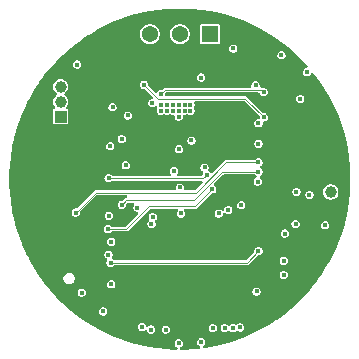
<source format=gbr>
%TF.GenerationSoftware,KiCad,Pcbnew,9.0.2*%
%TF.CreationDate,2025-11-14T19:25:59+05:30*%
%TF.ProjectId,Nade,4e616465-2e6b-4696-9361-645f70636258,rev?*%
%TF.SameCoordinates,Original*%
%TF.FileFunction,Copper,L2,Inr*%
%TF.FilePolarity,Positive*%
%FSLAX46Y46*%
G04 Gerber Fmt 4.6, Leading zero omitted, Abs format (unit mm)*
G04 Created by KiCad (PCBNEW 9.0.2) date 2025-11-14 19:25:59*
%MOMM*%
%LPD*%
G01*
G04 APERTURE LIST*
%TA.AperFunction,ComponentPad*%
%ADD10C,1.000000*%
%TD*%
%TA.AperFunction,ComponentPad*%
%ADD11R,1.000000X1.000000*%
%TD*%
%TA.AperFunction,ComponentPad*%
%ADD12C,1.500000*%
%TD*%
%TA.AperFunction,ComponentPad*%
%ADD13R,1.371600X1.371600*%
%TD*%
%TA.AperFunction,ComponentPad*%
%ADD14C,1.371600*%
%TD*%
%TA.AperFunction,ViaPad*%
%ADD15C,0.400000*%
%TD*%
%TA.AperFunction,Conductor*%
%ADD16C,0.100000*%
%TD*%
G04 APERTURE END LIST*
D10*
%TO.N,Net-(J6-Pin_2)*%
%TO.C,Pyro*%
X142775000Y-101085000D03*
D11*
%TO.N,GND*%
X142775000Y-99815000D03*
%TD*%
D12*
%TO.N,GND*%
%TO.C,GND*%
X140225000Y-109025000D03*
%TD*%
D13*
%TO.N,Net-(SW2-A)*%
%TO.C,SW2*%
X132544800Y-87719000D03*
D14*
%TO.N,Net-(J4-Pin_1)*%
X130004796Y-87718997D03*
%TO.N,unconnected-(SW2-C-Pad3)*%
X127464800Y-87719000D03*
%TD*%
D11*
%TO.N,Net-(J2-Pin_1)*%
%TO.C,J2*%
X119905000Y-94695000D03*
D10*
%TO.N,Net-(J2-Pin_2)*%
X119905000Y-93424999D03*
%TO.N,Net-(J2-Pin_3)*%
X119905001Y-92154997D03*
%TD*%
D15*
%TO.N,VDD*%
X142300000Y-103900000D03*
%TO.N,Net-(J7-Pin_2)*%
X138800000Y-106900000D03*
%TO.N,Net-(J7-Pin_1)*%
X138800000Y-108100000D03*
%TO.N,Net-(J3-Pin_6)*%
X124133900Y-107072100D03*
X136656900Y-106083500D03*
X136656900Y-96992300D03*
%TO.N,Net-(J3-Pin_3)*%
X132741800Y-100853000D03*
X123921700Y-104225900D03*
%TO.N,Net-(J3-Pin_11)*%
X127683100Y-93550200D03*
%TO.N,Net-(J3-Pin_8)*%
X130987500Y-96722400D03*
X128819400Y-112734600D03*
%TO.N,Net-(J3-Pin_7)*%
X129930500Y-97473700D03*
X127556900Y-112734600D03*
%TO.N,Net-(J3-Pin_5)*%
X125417800Y-98829700D03*
X123949500Y-106393400D03*
%TO.N,Net-(J3-Pin_13)*%
X136411400Y-92054600D03*
%TO.N,Net-(J3-Pin_4)*%
X121181600Y-102831300D03*
X136655300Y-98574500D03*
%TO.N,/PA10*%
X126800000Y-112500000D03*
%TO.N,/PA7*%
X126405000Y-102400000D03*
%TO.N,/PA13*%
X132800000Y-112600000D03*
%TO.N,/PA14*%
X133800000Y-112600000D03*
%TO.N,/PA15*%
X135100000Y-112550000D03*
%TO.N,/PB3*%
X134500000Y-112600000D03*
%TO.N,Net-(J3-Pin_12)*%
X128399700Y-92803800D03*
X137091000Y-92619500D03*
%TO.N,Net-(J3-Pin_2)*%
X125090000Y-102168700D03*
X136655300Y-99387000D03*
%TO.N,/PA2*%
X136600000Y-100200000D03*
%TO.N,Net-(J3-Pin_9)*%
X136660200Y-95259600D03*
X136500000Y-109500000D03*
%TO.N,Net-(J3-Pin_1)*%
X123973100Y-99913400D03*
X132287500Y-99624300D03*
%TO.N,Net-(J3-Pin_10)*%
X126968100Y-92000500D03*
X137121300Y-94759100D03*
%TO.N,Net-(J3-Pin_14)*%
X140975300Y-101325800D03*
X140766000Y-90935800D03*
%TO.N,/PA11*%
X123500000Y-111200000D03*
X124300000Y-93900000D03*
%TO.N,/PA3*%
X135200000Y-102200000D03*
%TO.N,/PA1*%
X125080000Y-96600000D03*
%TO.N,/PA4*%
X125600000Y-94600000D03*
%TO.N,/PC0*%
X134100000Y-102600000D03*
%TO.N,Net-(R10-Pad1)*%
X131800000Y-91400000D03*
%TO.N,Net-(SW2-A)*%
X134525000Y-88925000D03*
%TO.N,/PA6*%
X124100000Y-97200000D03*
%TO.N,/PC1*%
X133300000Y-102900000D03*
%TO.N,RESET'*%
X124200000Y-105300000D03*
%TO.N,VDD*%
X139875000Y-101075000D03*
X129900000Y-94200000D03*
X130100000Y-102900000D03*
X130900000Y-94200000D03*
X127600000Y-103800000D03*
X130400000Y-93700000D03*
X131800000Y-113800000D03*
X140200000Y-93200000D03*
X139800000Y-103800000D03*
X130900000Y-93700000D03*
X121300000Y-90300000D03*
X130400000Y-94200000D03*
X129900000Y-94700000D03*
X124000000Y-103100000D03*
X129500000Y-99300000D03*
X124191000Y-108898000D03*
X128400000Y-94200000D03*
X138600000Y-89500000D03*
X128900000Y-94200000D03*
X129900000Y-113900000D03*
X129400000Y-93700000D03*
X130000000Y-100700000D03*
X132100000Y-99000000D03*
X138900000Y-104600000D03*
X128900000Y-93700000D03*
X129900000Y-93700000D03*
X128400000Y-93700000D03*
X121700000Y-109600000D03*
X127700000Y-103200000D03*
X129400000Y-94200000D03*
%TO.N,GND*%
X130901000Y-94699500D03*
X117500000Y-105100000D03*
X143600000Y-99800000D03*
X135300000Y-103700000D03*
X125400000Y-97700000D03*
X125400000Y-106600000D03*
X126500000Y-90200000D03*
X127000000Y-97200000D03*
X121300000Y-96500000D03*
X128000000Y-99500000D03*
X135300000Y-100700000D03*
X135300000Y-109700000D03*
X120000000Y-105100000D03*
X130800000Y-100500000D03*
X125400000Y-103700000D03*
X130800000Y-112500000D03*
X131900000Y-94700000D03*
X125400000Y-92000000D03*
X133300000Y-94600000D03*
X135300000Y-106700000D03*
X139800000Y-102800000D03*
X142200000Y-93600000D03*
X142100000Y-97100000D03*
X138100000Y-89600000D03*
X137700000Y-88600000D03*
X121714000Y-107520000D03*
X128000000Y-99000000D03*
X132000000Y-97700000D03*
X128700000Y-97700000D03*
X132000000Y-108000000D03*
X136300000Y-92800000D03*
X139600000Y-106000000D03*
X125400000Y-100600000D03*
X125400000Y-109700000D03*
X131400000Y-90400000D03*
X122200000Y-101200000D03*
X123587000Y-89140700D03*
X130097000Y-103719000D03*
X126500000Y-90800000D03*
X130500000Y-99300000D03*
X132600000Y-92000000D03*
X132600000Y-103700000D03*
X128764900Y-107950000D03*
X118900000Y-106700000D03*
X136500000Y-94700000D03*
X128800000Y-103700000D03*
X143700000Y-103300000D03*
%TD*%
D16*
%TO.N,Net-(J3-Pin_6)*%
X135668300Y-107072100D02*
X136656900Y-106083500D01*
X124133900Y-107072100D02*
X135668300Y-107072100D01*
%TO.N,Net-(J3-Pin_3)*%
X125475100Y-104225900D02*
X123921700Y-104225900D01*
X127417600Y-102283400D02*
X125475100Y-104225900D01*
X131311400Y-102283400D02*
X127417600Y-102283400D01*
X132741800Y-100853000D02*
X131311400Y-102283400D01*
%TO.N,Net-(J3-Pin_4)*%
X133924000Y-98574500D02*
X136655300Y-98574500D01*
X131369100Y-101129400D02*
X133924000Y-98574500D01*
X122883500Y-101129400D02*
X131369100Y-101129400D01*
X121181600Y-102831300D02*
X122883500Y-101129400D01*
%TO.N,Net-(J3-Pin_12)*%
X136919800Y-92448300D02*
X137091000Y-92619500D01*
X128755200Y-92448300D02*
X136919800Y-92448300D01*
X128399700Y-92803800D02*
X128755200Y-92448300D01*
%TO.N,Net-(J3-Pin_2)*%
X133603700Y-99387000D02*
X136655300Y-99387000D01*
X131213500Y-101777200D02*
X133603700Y-99387000D01*
X125481500Y-101777200D02*
X131213500Y-101777200D01*
X125090000Y-102168700D02*
X125481500Y-101777200D01*
%TO.N,Net-(J3-Pin_1)*%
X131998400Y-99913400D02*
X132287500Y-99624300D01*
X123973100Y-99913400D02*
X131998400Y-99913400D01*
%TO.N,Net-(J3-Pin_10)*%
X128140000Y-93172400D02*
X126968100Y-92000500D01*
X135534600Y-93172400D02*
X128140000Y-93172400D01*
X137121300Y-94759100D02*
X135534600Y-93172400D01*
%TD*%
%TA.AperFunction,Conductor*%
%TO.N,GND*%
G36*
X130381615Y-85550711D02*
G01*
X131130861Y-85589978D01*
X131137271Y-85590482D01*
X131883485Y-85668912D01*
X131889876Y-85669754D01*
X132630932Y-85787126D01*
X132637250Y-85788297D01*
X133371147Y-85944292D01*
X133377429Y-85945800D01*
X134102164Y-86139991D01*
X134108340Y-86141821D01*
X134821901Y-86373671D01*
X134827998Y-86375829D01*
X135528432Y-86644702D01*
X135534425Y-86647184D01*
X136219833Y-86952347D01*
X136225659Y-86955125D01*
X136894162Y-87295745D01*
X136899867Y-87298843D01*
X137549617Y-87673977D01*
X137555116Y-87677347D01*
X138184363Y-88085984D01*
X138189662Y-88089625D01*
X138796679Y-88530649D01*
X138801799Y-88534578D01*
X138827388Y-88555300D01*
X139384868Y-89006739D01*
X139389804Y-89010955D01*
X139947350Y-89512971D01*
X139952059Y-89517440D01*
X140482559Y-90047940D01*
X140487028Y-90052649D01*
X140783266Y-90381655D01*
X140813496Y-90444645D01*
X140804871Y-90513981D01*
X140760129Y-90567646D01*
X140723210Y-90584401D01*
X140630707Y-90609187D01*
X140630706Y-90609188D01*
X140550794Y-90655326D01*
X140550785Y-90655333D01*
X140485533Y-90720585D01*
X140485526Y-90720594D01*
X140439388Y-90800506D01*
X140439387Y-90800509D01*
X140439386Y-90800511D01*
X140439386Y-90800512D01*
X140415500Y-90889656D01*
X140415500Y-90981944D01*
X140435276Y-91055751D01*
X140439387Y-91071090D01*
X140439388Y-91071093D01*
X140485526Y-91151005D01*
X140485529Y-91151009D01*
X140485531Y-91151012D01*
X140550788Y-91216269D01*
X140550791Y-91216270D01*
X140550794Y-91216273D01*
X140630706Y-91262411D01*
X140630707Y-91262411D01*
X140630712Y-91262414D01*
X140719856Y-91286300D01*
X140719858Y-91286300D01*
X140812142Y-91286300D01*
X140812144Y-91286300D01*
X140901288Y-91262414D01*
X140981212Y-91216269D01*
X141046469Y-91151012D01*
X141092614Y-91071088D01*
X141096723Y-91055749D01*
X141103275Y-91045000D01*
X141105482Y-91032604D01*
X141121115Y-91015732D01*
X141133087Y-90996091D01*
X141144412Y-90990589D01*
X141152971Y-90981353D01*
X141175244Y-90975611D01*
X141195934Y-90965561D01*
X141208436Y-90967055D01*
X141220629Y-90963913D01*
X141242468Y-90971124D01*
X141265310Y-90973855D01*
X141276608Y-90982396D01*
X141286975Y-90985820D01*
X141312864Y-91009808D01*
X141465416Y-91198194D01*
X141469354Y-91203325D01*
X141910368Y-91810329D01*
X141914021Y-91815644D01*
X142322641Y-92444865D01*
X142326029Y-92450393D01*
X142368137Y-92523326D01*
X142701156Y-93100132D01*
X142704254Y-93105837D01*
X143044865Y-93774323D01*
X143047660Y-93780183D01*
X143352813Y-94465570D01*
X143355297Y-94471567D01*
X143624165Y-95171989D01*
X143626332Y-95178109D01*
X143858171Y-95891635D01*
X143860015Y-95897860D01*
X144054195Y-96622555D01*
X144055710Y-96628867D01*
X144211696Y-97362717D01*
X144212879Y-97369100D01*
X144330242Y-98110103D01*
X144331090Y-98116539D01*
X144409514Y-98862695D01*
X144410023Y-98869167D01*
X144449288Y-99618384D01*
X144449458Y-99624874D01*
X144449458Y-100375125D01*
X144449288Y-100381615D01*
X144410023Y-101130832D01*
X144409514Y-101137304D01*
X144331090Y-101883460D01*
X144330242Y-101889896D01*
X144212879Y-102630899D01*
X144211696Y-102637282D01*
X144055710Y-103371132D01*
X144054195Y-103377444D01*
X143860015Y-104102139D01*
X143858171Y-104108364D01*
X143626131Y-104822508D01*
X143624427Y-104827403D01*
X143302070Y-105694431D01*
X143297404Y-105705349D01*
X143046870Y-106221689D01*
X143045794Y-106223853D01*
X142704254Y-106894162D01*
X142701156Y-106899867D01*
X142326033Y-107549599D01*
X142322641Y-107555134D01*
X141914027Y-108184346D01*
X141910356Y-108189687D01*
X141614744Y-108596562D01*
X141469368Y-108796655D01*
X141465416Y-108801805D01*
X140993260Y-109384868D01*
X140989044Y-109389804D01*
X140487028Y-109947350D01*
X140482559Y-109952059D01*
X139952059Y-110482559D01*
X139947350Y-110487028D01*
X139389804Y-110989044D01*
X139384868Y-110993260D01*
X138801805Y-111465416D01*
X138796655Y-111469368D01*
X138189697Y-111910350D01*
X138184346Y-111914027D01*
X137555134Y-112322641D01*
X137549599Y-112326033D01*
X136899867Y-112701156D01*
X136894162Y-112704254D01*
X136225676Y-113044865D01*
X136219816Y-113047660D01*
X135534429Y-113352813D01*
X135528432Y-113355297D01*
X134828010Y-113624165D01*
X134821890Y-113626332D01*
X134108364Y-113858171D01*
X134102139Y-113860015D01*
X133377444Y-114054195D01*
X133371132Y-114055710D01*
X132637282Y-114211696D01*
X132630899Y-114212879D01*
X132118950Y-114293963D01*
X132049656Y-114285008D01*
X131996204Y-114240012D01*
X131975565Y-114173260D01*
X131994290Y-114105947D01*
X132011871Y-114083808D01*
X132015207Y-114080471D01*
X132015212Y-114080469D01*
X132080469Y-114015212D01*
X132126614Y-113935288D01*
X132150500Y-113846144D01*
X132150500Y-113753856D01*
X132126614Y-113664712D01*
X132103204Y-113624165D01*
X132080473Y-113584794D01*
X132080470Y-113584791D01*
X132080469Y-113584788D01*
X132015212Y-113519531D01*
X132015209Y-113519529D01*
X132015205Y-113519526D01*
X131935293Y-113473388D01*
X131935290Y-113473387D01*
X131935289Y-113473386D01*
X131935288Y-113473386D01*
X131846144Y-113449500D01*
X131753856Y-113449500D01*
X131664712Y-113473386D01*
X131664711Y-113473386D01*
X131664709Y-113473387D01*
X131664706Y-113473388D01*
X131584794Y-113519526D01*
X131584785Y-113519533D01*
X131519533Y-113584785D01*
X131519526Y-113584794D01*
X131473388Y-113664706D01*
X131473387Y-113664709D01*
X131473386Y-113664711D01*
X131473386Y-113664712D01*
X131449500Y-113753856D01*
X131449500Y-113846144D01*
X131451566Y-113853856D01*
X131473387Y-113935290D01*
X131473388Y-113935293D01*
X131519526Y-114015205D01*
X131519529Y-114015209D01*
X131519531Y-114015212D01*
X131584788Y-114080469D01*
X131584791Y-114080470D01*
X131584794Y-114080473D01*
X131667516Y-114128234D01*
X131715731Y-114178801D01*
X131728953Y-114247409D01*
X131702985Y-114312273D01*
X131646070Y-114352801D01*
X131618476Y-114358941D01*
X131137303Y-114409514D01*
X131130832Y-114410023D01*
X130381616Y-114449288D01*
X130375126Y-114449458D01*
X130112085Y-114449458D01*
X130045046Y-114429773D01*
X129999291Y-114376969D01*
X129989347Y-114307811D01*
X130018372Y-114244255D01*
X130050082Y-114218072D01*
X130115212Y-114180469D01*
X130180469Y-114115212D01*
X130226614Y-114035288D01*
X130250500Y-113946144D01*
X130250500Y-113853856D01*
X130226614Y-113764712D01*
X130226611Y-113764706D01*
X130180473Y-113684794D01*
X130180470Y-113684791D01*
X130180469Y-113684788D01*
X130115212Y-113619531D01*
X130115209Y-113619529D01*
X130115205Y-113619526D01*
X130035293Y-113573388D01*
X130035290Y-113573387D01*
X130035289Y-113573386D01*
X130035288Y-113573386D01*
X129946144Y-113549500D01*
X129853856Y-113549500D01*
X129764712Y-113573386D01*
X129764711Y-113573386D01*
X129764709Y-113573387D01*
X129764706Y-113573388D01*
X129684794Y-113619526D01*
X129684785Y-113619533D01*
X129619533Y-113684785D01*
X129619526Y-113684794D01*
X129573388Y-113764706D01*
X129573387Y-113764709D01*
X129573386Y-113764711D01*
X129573386Y-113764712D01*
X129549500Y-113853856D01*
X129549500Y-113946144D01*
X129568007Y-114015214D01*
X129573387Y-114035290D01*
X129573388Y-114035293D01*
X129619526Y-114115205D01*
X129619529Y-114115209D01*
X129619531Y-114115212D01*
X129684788Y-114180469D01*
X129749916Y-114218071D01*
X129752025Y-114220282D01*
X129754954Y-114221143D01*
X129775967Y-114245394D01*
X129798131Y-114268639D01*
X129798709Y-114271639D01*
X129800709Y-114273947D01*
X129805278Y-114305725D01*
X129811353Y-114337246D01*
X129810218Y-114340080D01*
X129810653Y-114343105D01*
X129797315Y-114372310D01*
X129785385Y-114402111D01*
X129782896Y-114403882D01*
X129781628Y-114406661D01*
X129754616Y-114424020D01*
X129728470Y-114442638D01*
X129724645Y-114443281D01*
X129722850Y-114444435D01*
X129687915Y-114449458D01*
X129624874Y-114449458D01*
X129618384Y-114449288D01*
X128869167Y-114410023D01*
X128862695Y-114409514D01*
X128116539Y-114331090D01*
X128110103Y-114330242D01*
X127369100Y-114212879D01*
X127362717Y-114211696D01*
X126628867Y-114055710D01*
X126622555Y-114054195D01*
X125897860Y-113860015D01*
X125891635Y-113858171D01*
X125178109Y-113626332D01*
X125171989Y-113624165D01*
X124471567Y-113355297D01*
X124465570Y-113352813D01*
X123780183Y-113047660D01*
X123774323Y-113044865D01*
X123105837Y-112704254D01*
X123100132Y-112701156D01*
X122843719Y-112553116D01*
X122672276Y-112454133D01*
X122671796Y-112453856D01*
X126449500Y-112453856D01*
X126449500Y-112546144D01*
X126463746Y-112599312D01*
X126473387Y-112635290D01*
X126473388Y-112635293D01*
X126519526Y-112715205D01*
X126519529Y-112715209D01*
X126519531Y-112715212D01*
X126584788Y-112780469D01*
X126584791Y-112780470D01*
X126584794Y-112780473D01*
X126664706Y-112826611D01*
X126664707Y-112826611D01*
X126664712Y-112826614D01*
X126753856Y-112850500D01*
X126753858Y-112850500D01*
X126846142Y-112850500D01*
X126846144Y-112850500D01*
X126935288Y-112826614D01*
X127015212Y-112780469D01*
X127015217Y-112780463D01*
X127021658Y-112775522D01*
X127022710Y-112776893D01*
X127075381Y-112748127D01*
X127145073Y-112753104D01*
X127201011Y-112794969D01*
X127221525Y-112837194D01*
X127225091Y-112850499D01*
X127230287Y-112869891D01*
X127230288Y-112869893D01*
X127276426Y-112949805D01*
X127276429Y-112949809D01*
X127276431Y-112949812D01*
X127341688Y-113015069D01*
X127341691Y-113015070D01*
X127341694Y-113015073D01*
X127421606Y-113061211D01*
X127421607Y-113061211D01*
X127421612Y-113061214D01*
X127510756Y-113085100D01*
X127510758Y-113085100D01*
X127603042Y-113085100D01*
X127603044Y-113085100D01*
X127692188Y-113061214D01*
X127772112Y-113015069D01*
X127837369Y-112949812D01*
X127883514Y-112869888D01*
X127907400Y-112780744D01*
X127907400Y-112688456D01*
X128468900Y-112688456D01*
X128468900Y-112780744D01*
X128484026Y-112837197D01*
X128492787Y-112869890D01*
X128492788Y-112869893D01*
X128538926Y-112949805D01*
X128538929Y-112949809D01*
X128538931Y-112949812D01*
X128604188Y-113015069D01*
X128604191Y-113015070D01*
X128604194Y-113015073D01*
X128684106Y-113061211D01*
X128684107Y-113061211D01*
X128684112Y-113061214D01*
X128773256Y-113085100D01*
X128773258Y-113085100D01*
X128865542Y-113085100D01*
X128865544Y-113085100D01*
X128954688Y-113061214D01*
X129034612Y-113015069D01*
X129099869Y-112949812D01*
X129146014Y-112869888D01*
X129169900Y-112780744D01*
X129169900Y-112688456D01*
X129146014Y-112599312D01*
X129146012Y-112599309D01*
X129146012Y-112599307D01*
X129119770Y-112553856D01*
X132449500Y-112553856D01*
X132449500Y-112646144D01*
X132468007Y-112715214D01*
X132473387Y-112735290D01*
X132473388Y-112735293D01*
X132519526Y-112815205D01*
X132519529Y-112815209D01*
X132519531Y-112815212D01*
X132584788Y-112880469D01*
X132584791Y-112880470D01*
X132584794Y-112880473D01*
X132664706Y-112926611D01*
X132664707Y-112926611D01*
X132664712Y-112926614D01*
X132753856Y-112950500D01*
X132753858Y-112950500D01*
X132846142Y-112950500D01*
X132846144Y-112950500D01*
X132935288Y-112926614D01*
X133015212Y-112880469D01*
X133080469Y-112815212D01*
X133126614Y-112735288D01*
X133150500Y-112646144D01*
X133150500Y-112553856D01*
X133449500Y-112553856D01*
X133449500Y-112646144D01*
X133468007Y-112715214D01*
X133473387Y-112735290D01*
X133473388Y-112735293D01*
X133519526Y-112815205D01*
X133519529Y-112815209D01*
X133519531Y-112815212D01*
X133584788Y-112880469D01*
X133584791Y-112880470D01*
X133584794Y-112880473D01*
X133664706Y-112926611D01*
X133664707Y-112926611D01*
X133664712Y-112926614D01*
X133753856Y-112950500D01*
X133753858Y-112950500D01*
X133846142Y-112950500D01*
X133846144Y-112950500D01*
X133935288Y-112926614D01*
X134015212Y-112880469D01*
X134062319Y-112833362D01*
X134123642Y-112799877D01*
X134193334Y-112804861D01*
X134237681Y-112833362D01*
X134284788Y-112880469D01*
X134284791Y-112880470D01*
X134284794Y-112880473D01*
X134364706Y-112926611D01*
X134364707Y-112926611D01*
X134364712Y-112926614D01*
X134453856Y-112950500D01*
X134453858Y-112950500D01*
X134546142Y-112950500D01*
X134546144Y-112950500D01*
X134635288Y-112926614D01*
X134715212Y-112880469D01*
X134741701Y-112853979D01*
X134803020Y-112820496D01*
X134872712Y-112825480D01*
X134891381Y-112834276D01*
X134964706Y-112876611D01*
X134964707Y-112876611D01*
X134964712Y-112876614D01*
X135053856Y-112900500D01*
X135053858Y-112900500D01*
X135146142Y-112900500D01*
X135146144Y-112900500D01*
X135235288Y-112876614D01*
X135315212Y-112830469D01*
X135380469Y-112765212D01*
X135426614Y-112685288D01*
X135450500Y-112596144D01*
X135450500Y-112503856D01*
X135426614Y-112414712D01*
X135422732Y-112407988D01*
X135380473Y-112334794D01*
X135380470Y-112334791D01*
X135380469Y-112334788D01*
X135315212Y-112269531D01*
X135315209Y-112269529D01*
X135315205Y-112269526D01*
X135235293Y-112223388D01*
X135235290Y-112223387D01*
X135235289Y-112223386D01*
X135235288Y-112223386D01*
X135146144Y-112199500D01*
X135053856Y-112199500D01*
X134964712Y-112223386D01*
X134964711Y-112223386D01*
X134964709Y-112223387D01*
X134964706Y-112223388D01*
X134884794Y-112269526D01*
X134884788Y-112269531D01*
X134858299Y-112296020D01*
X134796975Y-112329504D01*
X134727284Y-112324518D01*
X134708618Y-112315724D01*
X134674490Y-112296020D01*
X134635288Y-112273386D01*
X134546144Y-112249500D01*
X134453856Y-112249500D01*
X134364712Y-112273386D01*
X134364711Y-112273386D01*
X134364709Y-112273387D01*
X134364706Y-112273388D01*
X134284794Y-112319526D01*
X134284785Y-112319533D01*
X134237681Y-112366638D01*
X134176358Y-112400123D01*
X134106666Y-112395139D01*
X134062319Y-112366638D01*
X134015214Y-112319533D01*
X134015212Y-112319531D01*
X134015209Y-112319529D01*
X134015205Y-112319526D01*
X133935293Y-112273388D01*
X133935290Y-112273387D01*
X133935289Y-112273386D01*
X133935288Y-112273386D01*
X133846144Y-112249500D01*
X133753856Y-112249500D01*
X133664712Y-112273386D01*
X133664711Y-112273386D01*
X133664709Y-112273387D01*
X133664706Y-112273388D01*
X133584794Y-112319526D01*
X133584785Y-112319533D01*
X133519533Y-112384785D01*
X133519526Y-112384794D01*
X133473388Y-112464706D01*
X133473387Y-112464709D01*
X133473386Y-112464711D01*
X133473386Y-112464712D01*
X133449500Y-112553856D01*
X133150500Y-112553856D01*
X133126614Y-112464712D01*
X133126611Y-112464706D01*
X133080473Y-112384794D01*
X133080470Y-112384791D01*
X133080469Y-112384788D01*
X133015212Y-112319531D01*
X133015209Y-112319529D01*
X133015205Y-112319526D01*
X132935293Y-112273388D01*
X132935290Y-112273387D01*
X132935289Y-112273386D01*
X132935288Y-112273386D01*
X132846144Y-112249500D01*
X132753856Y-112249500D01*
X132664712Y-112273386D01*
X132664711Y-112273386D01*
X132664709Y-112273387D01*
X132664706Y-112273388D01*
X132584794Y-112319526D01*
X132584785Y-112319533D01*
X132519533Y-112384785D01*
X132519526Y-112384794D01*
X132473388Y-112464706D01*
X132473387Y-112464709D01*
X132473386Y-112464711D01*
X132473386Y-112464712D01*
X132449500Y-112553856D01*
X129119770Y-112553856D01*
X129099873Y-112519394D01*
X129099870Y-112519391D01*
X129099869Y-112519388D01*
X129034612Y-112454131D01*
X129034609Y-112454129D01*
X129034605Y-112454126D01*
X128954693Y-112407988D01*
X128954690Y-112407987D01*
X128954689Y-112407986D01*
X128954688Y-112407986D01*
X128865544Y-112384100D01*
X128773256Y-112384100D01*
X128684112Y-112407986D01*
X128684111Y-112407986D01*
X128684109Y-112407987D01*
X128684106Y-112407988D01*
X128604194Y-112454126D01*
X128604185Y-112454133D01*
X128538933Y-112519385D01*
X128538926Y-112519394D01*
X128492788Y-112599306D01*
X128492787Y-112599309D01*
X128492786Y-112599311D01*
X128492786Y-112599312D01*
X128468900Y-112688456D01*
X127907400Y-112688456D01*
X127883514Y-112599312D01*
X127881685Y-112596144D01*
X127837373Y-112519394D01*
X127837370Y-112519391D01*
X127837369Y-112519388D01*
X127772112Y-112454131D01*
X127772109Y-112454129D01*
X127772105Y-112454126D01*
X127692193Y-112407988D01*
X127692190Y-112407987D01*
X127692189Y-112407986D01*
X127692188Y-112407986D01*
X127603044Y-112384100D01*
X127510756Y-112384100D01*
X127421612Y-112407986D01*
X127421611Y-112407986D01*
X127421609Y-112407987D01*
X127421606Y-112407988D01*
X127341694Y-112454126D01*
X127335242Y-112459078D01*
X127334191Y-112457709D01*
X127281492Y-112486478D01*
X127211801Y-112481486D01*
X127155872Y-112439609D01*
X127135373Y-112397403D01*
X127126614Y-112364712D01*
X127126611Y-112364706D01*
X127080473Y-112284794D01*
X127080470Y-112284791D01*
X127080469Y-112284788D01*
X127015212Y-112219531D01*
X127015209Y-112219529D01*
X127015205Y-112219526D01*
X126935293Y-112173388D01*
X126935290Y-112173387D01*
X126935289Y-112173386D01*
X126935288Y-112173386D01*
X126846144Y-112149500D01*
X126753856Y-112149500D01*
X126664712Y-112173386D01*
X126664711Y-112173386D01*
X126664709Y-112173387D01*
X126664706Y-112173388D01*
X126584794Y-112219526D01*
X126584785Y-112219533D01*
X126519533Y-112284785D01*
X126519526Y-112284794D01*
X126473388Y-112364706D01*
X126473387Y-112364709D01*
X126473386Y-112364711D01*
X126473386Y-112364712D01*
X126449500Y-112453856D01*
X122671796Y-112453856D01*
X122450393Y-112326029D01*
X122444865Y-112322641D01*
X121815644Y-111914021D01*
X121810329Y-111910368D01*
X121203325Y-111469354D01*
X121198194Y-111465416D01*
X120922416Y-111242095D01*
X120813450Y-111153856D01*
X123149500Y-111153856D01*
X123149500Y-111246143D01*
X123173387Y-111335290D01*
X123173388Y-111335293D01*
X123219526Y-111415205D01*
X123219529Y-111415209D01*
X123219531Y-111415212D01*
X123284788Y-111480469D01*
X123284791Y-111480470D01*
X123284794Y-111480473D01*
X123364706Y-111526611D01*
X123364707Y-111526611D01*
X123364712Y-111526614D01*
X123453856Y-111550500D01*
X123453858Y-111550500D01*
X123546142Y-111550500D01*
X123546144Y-111550500D01*
X123635288Y-111526614D01*
X123715212Y-111480469D01*
X123780469Y-111415212D01*
X123826614Y-111335288D01*
X123850500Y-111246144D01*
X123850500Y-111153856D01*
X123826614Y-111064712D01*
X123803978Y-111025506D01*
X123780473Y-110984794D01*
X123780470Y-110984791D01*
X123780469Y-110984788D01*
X123715212Y-110919531D01*
X123715209Y-110919529D01*
X123715205Y-110919526D01*
X123635293Y-110873388D01*
X123635290Y-110873387D01*
X123635289Y-110873386D01*
X123635288Y-110873386D01*
X123546144Y-110849500D01*
X123453856Y-110849500D01*
X123364712Y-110873386D01*
X123364711Y-110873386D01*
X123364709Y-110873387D01*
X123364706Y-110873388D01*
X123284794Y-110919526D01*
X123284785Y-110919533D01*
X123219533Y-110984785D01*
X123219526Y-110984794D01*
X123173388Y-111064706D01*
X123173387Y-111064709D01*
X123149500Y-111153856D01*
X120813450Y-111153856D01*
X120615131Y-110993260D01*
X120610195Y-110989044D01*
X120052649Y-110487028D01*
X120047940Y-110482559D01*
X119517440Y-109952059D01*
X119512971Y-109947350D01*
X119226059Y-109628701D01*
X119158668Y-109553856D01*
X121349500Y-109553856D01*
X121349500Y-109646144D01*
X121368007Y-109715214D01*
X121373387Y-109735290D01*
X121373388Y-109735293D01*
X121419526Y-109815205D01*
X121419529Y-109815209D01*
X121419531Y-109815212D01*
X121484788Y-109880469D01*
X121484791Y-109880470D01*
X121484794Y-109880473D01*
X121564706Y-109926611D01*
X121564707Y-109926611D01*
X121564712Y-109926614D01*
X121653856Y-109950500D01*
X121653858Y-109950500D01*
X121746142Y-109950500D01*
X121746144Y-109950500D01*
X121835288Y-109926614D01*
X121915212Y-109880469D01*
X121980469Y-109815212D01*
X122026614Y-109735288D01*
X122050500Y-109646144D01*
X122050500Y-109553856D01*
X122026614Y-109464712D01*
X122026611Y-109464706D01*
X122020347Y-109453856D01*
X136149500Y-109453856D01*
X136149500Y-109546144D01*
X136151566Y-109553856D01*
X136173387Y-109635290D01*
X136173388Y-109635293D01*
X136219526Y-109715205D01*
X136219529Y-109715209D01*
X136219531Y-109715212D01*
X136284788Y-109780469D01*
X136284791Y-109780470D01*
X136284794Y-109780473D01*
X136364706Y-109826611D01*
X136364707Y-109826611D01*
X136364712Y-109826614D01*
X136453856Y-109850500D01*
X136453858Y-109850500D01*
X136546142Y-109850500D01*
X136546144Y-109850500D01*
X136635288Y-109826614D01*
X136715212Y-109780469D01*
X136780469Y-109715212D01*
X136826614Y-109635288D01*
X136850500Y-109546144D01*
X136850500Y-109453856D01*
X136826614Y-109364712D01*
X136826611Y-109364706D01*
X136780473Y-109284794D01*
X136780470Y-109284791D01*
X136780469Y-109284788D01*
X136715212Y-109219531D01*
X136715209Y-109219529D01*
X136715205Y-109219526D01*
X136635293Y-109173388D01*
X136635290Y-109173387D01*
X136635289Y-109173386D01*
X136635288Y-109173386D01*
X136546144Y-109149500D01*
X136453856Y-109149500D01*
X136364712Y-109173386D01*
X136364711Y-109173386D01*
X136364709Y-109173387D01*
X136364706Y-109173388D01*
X136284794Y-109219526D01*
X136284785Y-109219533D01*
X136219533Y-109284785D01*
X136219526Y-109284794D01*
X136173388Y-109364706D01*
X136173387Y-109364709D01*
X136173386Y-109364711D01*
X136173386Y-109364712D01*
X136149500Y-109453856D01*
X122020347Y-109453856D01*
X121980473Y-109384794D01*
X121980470Y-109384791D01*
X121980469Y-109384788D01*
X121915212Y-109319531D01*
X121915209Y-109319529D01*
X121915205Y-109319526D01*
X121835293Y-109273388D01*
X121835290Y-109273387D01*
X121835289Y-109273386D01*
X121835288Y-109273386D01*
X121746144Y-109249500D01*
X121653856Y-109249500D01*
X121564712Y-109273386D01*
X121564711Y-109273386D01*
X121564709Y-109273387D01*
X121564706Y-109273388D01*
X121484794Y-109319526D01*
X121484785Y-109319533D01*
X121419533Y-109384785D01*
X121419526Y-109384794D01*
X121373388Y-109464706D01*
X121373387Y-109464709D01*
X121373386Y-109464711D01*
X121373386Y-109464712D01*
X121349500Y-109553856D01*
X119158668Y-109553856D01*
X119010955Y-109389804D01*
X119006739Y-109384868D01*
X118649846Y-108944143D01*
X118534578Y-108801799D01*
X118530631Y-108796654D01*
X118528355Y-108793521D01*
X118206426Y-108350425D01*
X120147526Y-108350425D01*
X120147526Y-108475627D01*
X120179931Y-108596562D01*
X120242531Y-108704990D01*
X120331062Y-108793521D01*
X120439490Y-108856121D01*
X120560425Y-108888526D01*
X120560427Y-108888526D01*
X120685625Y-108888526D01*
X120685627Y-108888526D01*
X120806562Y-108856121D01*
X120813949Y-108851856D01*
X123840500Y-108851856D01*
X123840500Y-108944143D01*
X123864387Y-109033290D01*
X123864388Y-109033293D01*
X123910526Y-109113205D01*
X123910529Y-109113209D01*
X123910531Y-109113212D01*
X123975788Y-109178469D01*
X123975791Y-109178470D01*
X123975794Y-109178473D01*
X124055706Y-109224611D01*
X124055707Y-109224611D01*
X124055712Y-109224614D01*
X124144856Y-109248500D01*
X124144858Y-109248500D01*
X124237142Y-109248500D01*
X124237144Y-109248500D01*
X124326288Y-109224614D01*
X124406212Y-109178469D01*
X124471469Y-109113212D01*
X124517614Y-109033288D01*
X124541500Y-108944144D01*
X124541500Y-108851856D01*
X124517614Y-108762712D01*
X124517611Y-108762706D01*
X124471473Y-108682794D01*
X124471470Y-108682791D01*
X124471469Y-108682788D01*
X124406212Y-108617531D01*
X124406209Y-108617529D01*
X124406205Y-108617526D01*
X124326293Y-108571388D01*
X124326290Y-108571387D01*
X124326289Y-108571386D01*
X124326288Y-108571386D01*
X124237144Y-108547500D01*
X124144856Y-108547500D01*
X124055712Y-108571386D01*
X124055711Y-108571386D01*
X124055709Y-108571387D01*
X124055706Y-108571388D01*
X123975794Y-108617526D01*
X123975785Y-108617533D01*
X123910533Y-108682785D01*
X123910526Y-108682794D01*
X123864388Y-108762706D01*
X123864387Y-108762709D01*
X123840500Y-108851856D01*
X120813949Y-108851856D01*
X120914990Y-108793521D01*
X121003521Y-108704990D01*
X121066121Y-108596562D01*
X121098526Y-108475627D01*
X121098526Y-108350425D01*
X121066121Y-108229490D01*
X121003521Y-108121062D01*
X120936315Y-108053856D01*
X138449500Y-108053856D01*
X138449500Y-108146144D01*
X138471832Y-108229490D01*
X138473387Y-108235290D01*
X138473388Y-108235293D01*
X138519526Y-108315205D01*
X138519529Y-108315209D01*
X138519531Y-108315212D01*
X138584788Y-108380469D01*
X138584791Y-108380470D01*
X138584794Y-108380473D01*
X138664706Y-108426611D01*
X138664707Y-108426611D01*
X138664712Y-108426614D01*
X138753856Y-108450500D01*
X138753858Y-108450500D01*
X138846142Y-108450500D01*
X138846144Y-108450500D01*
X138935288Y-108426614D01*
X139015212Y-108380469D01*
X139080469Y-108315212D01*
X139126614Y-108235288D01*
X139150500Y-108146144D01*
X139150500Y-108053856D01*
X139126614Y-107964712D01*
X139110918Y-107937526D01*
X139080473Y-107884794D01*
X139080470Y-107884791D01*
X139080469Y-107884788D01*
X139015212Y-107819531D01*
X139015209Y-107819529D01*
X139015205Y-107819526D01*
X138935293Y-107773388D01*
X138935290Y-107773387D01*
X138935289Y-107773386D01*
X138935288Y-107773386D01*
X138846144Y-107749500D01*
X138753856Y-107749500D01*
X138664712Y-107773386D01*
X138664711Y-107773386D01*
X138664709Y-107773387D01*
X138664706Y-107773388D01*
X138584794Y-107819526D01*
X138584785Y-107819533D01*
X138519533Y-107884785D01*
X138519526Y-107884794D01*
X138473388Y-107964706D01*
X138473387Y-107964709D01*
X138473386Y-107964711D01*
X138473386Y-107964712D01*
X138449500Y-108053856D01*
X120936315Y-108053856D01*
X120914990Y-108032531D01*
X120806562Y-107969931D01*
X120806563Y-107969931D01*
X120766250Y-107959129D01*
X120685627Y-107937526D01*
X120560425Y-107937526D01*
X120479801Y-107959129D01*
X120439489Y-107969931D01*
X120331063Y-108032530D01*
X120331060Y-108032532D01*
X120242532Y-108121060D01*
X120242530Y-108121063D01*
X120179931Y-108229489D01*
X120179931Y-108229490D01*
X120147526Y-108350425D01*
X118206426Y-108350425D01*
X118089625Y-108189662D01*
X118085984Y-108184363D01*
X117677347Y-107555116D01*
X117673977Y-107549617D01*
X117298843Y-106899867D01*
X117295745Y-106894162D01*
X117201509Y-106709214D01*
X117017082Y-106347256D01*
X123599000Y-106347256D01*
X123599000Y-106439543D01*
X123622887Y-106528690D01*
X123622888Y-106528693D01*
X123669026Y-106608605D01*
X123669029Y-106608609D01*
X123669031Y-106608612D01*
X123734288Y-106673869D01*
X123795507Y-106709215D01*
X123843723Y-106759781D01*
X123856945Y-106828388D01*
X123840894Y-106878602D01*
X123807286Y-106936810D01*
X123798045Y-106971300D01*
X123783400Y-107025956D01*
X123783400Y-107118244D01*
X123800074Y-107180473D01*
X123807287Y-107207390D01*
X123807288Y-107207393D01*
X123853426Y-107287305D01*
X123853429Y-107287309D01*
X123853431Y-107287312D01*
X123918688Y-107352569D01*
X123918691Y-107352570D01*
X123918694Y-107352573D01*
X123998606Y-107398711D01*
X123998607Y-107398711D01*
X123998612Y-107398714D01*
X124087756Y-107422600D01*
X124087758Y-107422600D01*
X124180042Y-107422600D01*
X124180044Y-107422600D01*
X124269188Y-107398714D01*
X124349112Y-107352569D01*
X124392762Y-107308919D01*
X124454085Y-107275434D01*
X124480443Y-107272600D01*
X135708180Y-107272600D01*
X135708182Y-107272600D01*
X135781874Y-107242076D01*
X136170093Y-106853856D01*
X138449500Y-106853856D01*
X138449500Y-106946143D01*
X138473387Y-107035290D01*
X138473388Y-107035293D01*
X138519526Y-107115205D01*
X138519529Y-107115209D01*
X138519531Y-107115212D01*
X138584788Y-107180469D01*
X138584791Y-107180470D01*
X138584794Y-107180473D01*
X138664706Y-107226611D01*
X138664707Y-107226611D01*
X138664712Y-107226614D01*
X138753856Y-107250500D01*
X138753858Y-107250500D01*
X138846142Y-107250500D01*
X138846144Y-107250500D01*
X138935288Y-107226614D01*
X139015212Y-107180469D01*
X139080469Y-107115212D01*
X139126614Y-107035288D01*
X139150500Y-106946144D01*
X139150500Y-106853856D01*
X139126614Y-106764712D01*
X139126611Y-106764706D01*
X139080473Y-106684794D01*
X139080470Y-106684791D01*
X139080469Y-106684788D01*
X139015212Y-106619531D01*
X139015209Y-106619529D01*
X139015205Y-106619526D01*
X138935293Y-106573388D01*
X138935290Y-106573387D01*
X138935289Y-106573386D01*
X138935288Y-106573386D01*
X138846144Y-106549500D01*
X138753856Y-106549500D01*
X138664712Y-106573386D01*
X138664711Y-106573386D01*
X138664709Y-106573387D01*
X138664706Y-106573388D01*
X138584794Y-106619526D01*
X138584785Y-106619533D01*
X138519533Y-106684785D01*
X138519526Y-106684794D01*
X138473388Y-106764706D01*
X138473387Y-106764709D01*
X138449500Y-106853856D01*
X136170093Y-106853856D01*
X136553630Y-106470318D01*
X136614953Y-106436834D01*
X136641311Y-106434000D01*
X136703042Y-106434000D01*
X136703044Y-106434000D01*
X136792188Y-106410114D01*
X136872112Y-106363969D01*
X136937369Y-106298712D01*
X136983514Y-106218788D01*
X137007400Y-106129644D01*
X137007400Y-106037356D01*
X136983514Y-105948212D01*
X136983511Y-105948206D01*
X136937373Y-105868294D01*
X136937370Y-105868291D01*
X136937369Y-105868288D01*
X136872112Y-105803031D01*
X136872109Y-105803029D01*
X136872105Y-105803026D01*
X136792193Y-105756888D01*
X136792190Y-105756887D01*
X136792189Y-105756886D01*
X136792188Y-105756886D01*
X136703044Y-105733000D01*
X136610756Y-105733000D01*
X136521612Y-105756886D01*
X136521611Y-105756886D01*
X136521609Y-105756887D01*
X136521606Y-105756888D01*
X136441694Y-105803026D01*
X136441685Y-105803033D01*
X136376433Y-105868285D01*
X136376426Y-105868294D01*
X136330288Y-105948206D01*
X136330287Y-105948209D01*
X136306400Y-106037356D01*
X136306400Y-106099087D01*
X136286715Y-106166126D01*
X136270081Y-106186768D01*
X135621569Y-106835281D01*
X135560246Y-106868766D01*
X135533888Y-106871600D01*
X124480443Y-106871600D01*
X124458921Y-106865280D01*
X124436557Y-106863574D01*
X124422764Y-106854663D01*
X124413404Y-106851915D01*
X124405661Y-106846512D01*
X124398823Y-106841342D01*
X124349112Y-106791631D01*
X124281238Y-106752443D01*
X124275110Y-106747810D01*
X124258697Y-106725666D01*
X124239676Y-106705717D01*
X124238188Y-106697996D01*
X124233505Y-106691678D01*
X124231669Y-106664172D01*
X124226454Y-106637110D01*
X124229274Y-106628285D01*
X124228853Y-106621964D01*
X124234653Y-106611460D01*
X124242504Y-106586901D01*
X124276114Y-106528688D01*
X124300000Y-106439544D01*
X124300000Y-106347256D01*
X124276114Y-106258112D01*
X124257377Y-106225659D01*
X124229973Y-106178194D01*
X124229970Y-106178191D01*
X124229969Y-106178188D01*
X124164712Y-106112931D01*
X124164709Y-106112929D01*
X124164705Y-106112926D01*
X124084793Y-106066788D01*
X124084790Y-106066787D01*
X124084789Y-106066786D01*
X124084788Y-106066786D01*
X123995644Y-106042900D01*
X123903356Y-106042900D01*
X123814212Y-106066786D01*
X123814211Y-106066786D01*
X123814209Y-106066787D01*
X123814206Y-106066788D01*
X123734294Y-106112926D01*
X123734285Y-106112933D01*
X123669033Y-106178185D01*
X123669026Y-106178194D01*
X123622888Y-106258106D01*
X123622887Y-106258109D01*
X123599000Y-106347256D01*
X117017082Y-106347256D01*
X116955125Y-106225659D01*
X116952347Y-106219833D01*
X116647184Y-105534425D01*
X116644702Y-105528432D01*
X116608948Y-105435290D01*
X116539302Y-105253856D01*
X123849500Y-105253856D01*
X123849500Y-105346143D01*
X123873387Y-105435290D01*
X123873388Y-105435293D01*
X123919526Y-105515205D01*
X123919529Y-105515209D01*
X123919531Y-105515212D01*
X123984788Y-105580469D01*
X123984791Y-105580470D01*
X123984794Y-105580473D01*
X124064706Y-105626611D01*
X124064707Y-105626611D01*
X124064712Y-105626614D01*
X124153856Y-105650500D01*
X124153858Y-105650500D01*
X124246142Y-105650500D01*
X124246144Y-105650500D01*
X124335288Y-105626614D01*
X124415212Y-105580469D01*
X124480469Y-105515212D01*
X124526614Y-105435288D01*
X124550500Y-105346144D01*
X124550500Y-105253856D01*
X124526614Y-105164712D01*
X124526611Y-105164706D01*
X124480473Y-105084794D01*
X124480470Y-105084791D01*
X124480469Y-105084788D01*
X124415212Y-105019531D01*
X124415209Y-105019529D01*
X124415205Y-105019526D01*
X124335293Y-104973388D01*
X124335290Y-104973387D01*
X124335289Y-104973386D01*
X124335288Y-104973386D01*
X124246144Y-104949500D01*
X124153856Y-104949500D01*
X124064712Y-104973386D01*
X124064711Y-104973386D01*
X124064709Y-104973387D01*
X124064706Y-104973388D01*
X123984794Y-105019526D01*
X123984785Y-105019533D01*
X123919533Y-105084785D01*
X123919526Y-105084794D01*
X123873388Y-105164706D01*
X123873387Y-105164709D01*
X123849500Y-105253856D01*
X116539302Y-105253856D01*
X116375829Y-104827998D01*
X116373667Y-104821890D01*
X116345529Y-104735290D01*
X116141821Y-104108340D01*
X116139991Y-104102164D01*
X115945800Y-103377429D01*
X115944289Y-103371132D01*
X115819736Y-102785156D01*
X120831100Y-102785156D01*
X120831100Y-102877444D01*
X120854483Y-102964712D01*
X120854987Y-102966590D01*
X120854988Y-102966593D01*
X120901126Y-103046505D01*
X120901129Y-103046509D01*
X120901131Y-103046512D01*
X120966388Y-103111769D01*
X120966391Y-103111770D01*
X120966394Y-103111773D01*
X121046306Y-103157911D01*
X121046307Y-103157911D01*
X121046312Y-103157914D01*
X121135456Y-103181800D01*
X121135458Y-103181800D01*
X121227742Y-103181800D01*
X121227744Y-103181800D01*
X121316888Y-103157914D01*
X121396812Y-103111769D01*
X121454725Y-103053856D01*
X123649500Y-103053856D01*
X123649500Y-103146144D01*
X123671061Y-103226612D01*
X123673387Y-103235290D01*
X123673388Y-103235293D01*
X123719526Y-103315205D01*
X123719529Y-103315209D01*
X123719531Y-103315212D01*
X123784788Y-103380469D01*
X123784791Y-103380470D01*
X123784794Y-103380473D01*
X123864706Y-103426611D01*
X123864707Y-103426611D01*
X123864712Y-103426614D01*
X123953856Y-103450500D01*
X123953858Y-103450500D01*
X124046142Y-103450500D01*
X124046144Y-103450500D01*
X124135288Y-103426614D01*
X124215212Y-103380469D01*
X124280469Y-103315212D01*
X124326614Y-103235288D01*
X124350500Y-103146144D01*
X124350500Y-103053856D01*
X124326614Y-102964712D01*
X124315893Y-102946143D01*
X124280473Y-102884794D01*
X124280470Y-102884791D01*
X124280469Y-102884788D01*
X124215212Y-102819531D01*
X124215209Y-102819529D01*
X124215205Y-102819526D01*
X124135293Y-102773388D01*
X124135290Y-102773387D01*
X124135289Y-102773386D01*
X124135288Y-102773386D01*
X124046144Y-102749500D01*
X123953856Y-102749500D01*
X123864712Y-102773386D01*
X123864711Y-102773386D01*
X123864709Y-102773387D01*
X123864706Y-102773388D01*
X123784794Y-102819526D01*
X123784785Y-102819533D01*
X123719533Y-102884785D01*
X123719526Y-102884794D01*
X123673388Y-102964706D01*
X123673387Y-102964709D01*
X123673386Y-102964711D01*
X123673386Y-102964712D01*
X123649500Y-103053856D01*
X121454725Y-103053856D01*
X121462069Y-103046512D01*
X121508214Y-102966588D01*
X121532100Y-102877444D01*
X121532100Y-102802286D01*
X121534973Y-102789173D01*
X121545572Y-102769830D01*
X121551785Y-102748672D01*
X121568419Y-102728030D01*
X122930231Y-101366219D01*
X122991554Y-101332734D01*
X123017912Y-101329900D01*
X125423372Y-101329900D01*
X125490411Y-101349585D01*
X125536166Y-101402389D01*
X125546110Y-101471547D01*
X125517085Y-101535103D01*
X125458307Y-101572877D01*
X125447563Y-101575518D01*
X125441613Y-101576701D01*
X125367928Y-101607221D01*
X125193268Y-101781881D01*
X125131945Y-101815366D01*
X125105587Y-101818200D01*
X125043856Y-101818200D01*
X124954712Y-101842086D01*
X124954711Y-101842086D01*
X124954709Y-101842087D01*
X124954706Y-101842088D01*
X124874794Y-101888226D01*
X124874785Y-101888233D01*
X124809533Y-101953485D01*
X124809526Y-101953494D01*
X124763388Y-102033406D01*
X124763387Y-102033409D01*
X124763386Y-102033411D01*
X124763386Y-102033412D01*
X124739500Y-102122556D01*
X124739500Y-102214844D01*
X124755186Y-102273386D01*
X124763387Y-102303990D01*
X124763388Y-102303993D01*
X124809526Y-102383905D01*
X124809529Y-102383909D01*
X124809531Y-102383912D01*
X124874788Y-102449169D01*
X124874791Y-102449170D01*
X124874794Y-102449173D01*
X124954706Y-102495311D01*
X124954707Y-102495311D01*
X124954712Y-102495314D01*
X125043856Y-102519200D01*
X125043858Y-102519200D01*
X125136142Y-102519200D01*
X125136144Y-102519200D01*
X125225288Y-102495314D01*
X125305212Y-102449169D01*
X125370469Y-102383912D01*
X125416614Y-102303988D01*
X125440500Y-102214844D01*
X125440500Y-102153112D01*
X125449144Y-102123674D01*
X125455668Y-102093684D01*
X125459422Y-102088668D01*
X125460185Y-102086073D01*
X125476820Y-102065430D01*
X125528233Y-102014018D01*
X125589556Y-101980534D01*
X125615913Y-101977700D01*
X126032257Y-101977700D01*
X126099296Y-101997385D01*
X126145051Y-102050189D01*
X126154995Y-102119347D01*
X126128422Y-102177532D01*
X126129478Y-102178342D01*
X126124526Y-102184794D01*
X126078388Y-102264706D01*
X126078387Y-102264709D01*
X126078386Y-102264711D01*
X126078386Y-102264712D01*
X126054500Y-102353856D01*
X126054500Y-102446144D01*
X126076061Y-102526612D01*
X126078387Y-102535290D01*
X126078388Y-102535293D01*
X126124526Y-102615205D01*
X126124529Y-102615209D01*
X126124531Y-102615212D01*
X126189788Y-102680469D01*
X126189791Y-102680470D01*
X126189794Y-102680473D01*
X126269706Y-102726611D01*
X126269707Y-102726611D01*
X126269712Y-102726614D01*
X126358856Y-102750500D01*
X126358858Y-102750500D01*
X126367588Y-102750500D01*
X126434627Y-102770185D01*
X126480382Y-102822989D01*
X126490326Y-102892147D01*
X126461301Y-102955703D01*
X126455269Y-102962181D01*
X125428369Y-103989081D01*
X125367046Y-104022566D01*
X125340688Y-104025400D01*
X124268243Y-104025400D01*
X124201204Y-104005715D01*
X124180562Y-103989081D01*
X124136914Y-103945433D01*
X124136912Y-103945431D01*
X124136909Y-103945429D01*
X124136905Y-103945426D01*
X124056993Y-103899288D01*
X124056990Y-103899287D01*
X124056989Y-103899286D01*
X124056988Y-103899286D01*
X123967844Y-103875400D01*
X123875556Y-103875400D01*
X123786412Y-103899286D01*
X123786411Y-103899286D01*
X123786409Y-103899287D01*
X123786406Y-103899288D01*
X123706494Y-103945426D01*
X123706485Y-103945433D01*
X123641233Y-104010685D01*
X123641226Y-104010694D01*
X123595088Y-104090606D01*
X123595087Y-104090609D01*
X123595086Y-104090611D01*
X123595086Y-104090612D01*
X123588494Y-104115214D01*
X123571200Y-104179756D01*
X123571200Y-104272043D01*
X123595087Y-104361190D01*
X123595088Y-104361193D01*
X123641226Y-104441105D01*
X123641229Y-104441109D01*
X123641231Y-104441112D01*
X123706488Y-104506369D01*
X123706491Y-104506370D01*
X123706494Y-104506373D01*
X123786406Y-104552511D01*
X123786407Y-104552511D01*
X123786412Y-104552514D01*
X123875556Y-104576400D01*
X123875558Y-104576400D01*
X123967842Y-104576400D01*
X123967844Y-104576400D01*
X124051980Y-104553856D01*
X138549500Y-104553856D01*
X138549500Y-104646143D01*
X138573387Y-104735290D01*
X138573388Y-104735293D01*
X138619526Y-104815205D01*
X138619529Y-104815209D01*
X138619531Y-104815212D01*
X138684788Y-104880469D01*
X138684791Y-104880470D01*
X138684794Y-104880473D01*
X138764706Y-104926611D01*
X138764707Y-104926611D01*
X138764712Y-104926614D01*
X138853856Y-104950500D01*
X138853858Y-104950500D01*
X138946142Y-104950500D01*
X138946144Y-104950500D01*
X139035288Y-104926614D01*
X139115212Y-104880469D01*
X139180469Y-104815212D01*
X139226614Y-104735288D01*
X139250500Y-104646144D01*
X139250500Y-104553856D01*
X139226614Y-104464712D01*
X139226611Y-104464706D01*
X139180473Y-104384794D01*
X139180470Y-104384791D01*
X139180469Y-104384788D01*
X139115212Y-104319531D01*
X139115209Y-104319529D01*
X139115205Y-104319526D01*
X139035293Y-104273388D01*
X139035290Y-104273387D01*
X139035289Y-104273386D01*
X139035288Y-104273386D01*
X138946144Y-104249500D01*
X138853856Y-104249500D01*
X138764712Y-104273386D01*
X138764711Y-104273386D01*
X138764709Y-104273387D01*
X138764706Y-104273388D01*
X138684794Y-104319526D01*
X138684785Y-104319533D01*
X138619533Y-104384785D01*
X138619526Y-104384794D01*
X138573388Y-104464706D01*
X138573387Y-104464709D01*
X138549500Y-104553856D01*
X124051980Y-104553856D01*
X124056988Y-104552514D01*
X124136912Y-104506369D01*
X124180562Y-104462719D01*
X124241885Y-104429234D01*
X124268243Y-104426400D01*
X125514982Y-104426400D01*
X125588674Y-104395876D01*
X126230694Y-103753856D01*
X127249500Y-103753856D01*
X127249500Y-103846144D01*
X127263739Y-103899286D01*
X127273387Y-103935290D01*
X127273388Y-103935293D01*
X127319526Y-104015205D01*
X127319529Y-104015209D01*
X127319531Y-104015212D01*
X127384788Y-104080469D01*
X127384791Y-104080470D01*
X127384794Y-104080473D01*
X127464706Y-104126611D01*
X127464707Y-104126611D01*
X127464712Y-104126614D01*
X127553856Y-104150500D01*
X127553858Y-104150500D01*
X127646142Y-104150500D01*
X127646144Y-104150500D01*
X127735288Y-104126614D01*
X127815212Y-104080469D01*
X127880469Y-104015212D01*
X127926614Y-103935288D01*
X127950500Y-103846144D01*
X127950500Y-103753856D01*
X139449500Y-103753856D01*
X139449500Y-103846144D01*
X139463739Y-103899286D01*
X139473387Y-103935290D01*
X139473388Y-103935293D01*
X139519526Y-104015205D01*
X139519529Y-104015209D01*
X139519531Y-104015212D01*
X139584788Y-104080469D01*
X139584791Y-104080470D01*
X139584794Y-104080473D01*
X139664706Y-104126611D01*
X139664707Y-104126611D01*
X139664712Y-104126614D01*
X139753856Y-104150500D01*
X139753858Y-104150500D01*
X139846142Y-104150500D01*
X139846144Y-104150500D01*
X139935288Y-104126614D01*
X140015212Y-104080469D01*
X140080469Y-104015212D01*
X140126614Y-103935288D01*
X140148434Y-103853856D01*
X141949500Y-103853856D01*
X141949500Y-103946144D01*
X141969977Y-104022566D01*
X141973387Y-104035290D01*
X141973388Y-104035293D01*
X142019526Y-104115205D01*
X142019529Y-104115209D01*
X142019531Y-104115212D01*
X142084788Y-104180469D01*
X142084791Y-104180470D01*
X142084794Y-104180473D01*
X142164706Y-104226611D01*
X142164707Y-104226611D01*
X142164712Y-104226614D01*
X142253856Y-104250500D01*
X142253858Y-104250500D01*
X142346142Y-104250500D01*
X142346144Y-104250500D01*
X142435288Y-104226614D01*
X142515212Y-104180469D01*
X142580469Y-104115212D01*
X142626614Y-104035288D01*
X142650500Y-103946144D01*
X142650500Y-103853856D01*
X142626614Y-103764712D01*
X142626611Y-103764706D01*
X142580473Y-103684794D01*
X142580470Y-103684791D01*
X142580469Y-103684788D01*
X142515212Y-103619531D01*
X142515209Y-103619529D01*
X142515205Y-103619526D01*
X142435293Y-103573388D01*
X142435290Y-103573387D01*
X142435289Y-103573386D01*
X142435288Y-103573386D01*
X142346144Y-103549500D01*
X142253856Y-103549500D01*
X142164712Y-103573386D01*
X142164711Y-103573386D01*
X142164709Y-103573387D01*
X142164706Y-103573388D01*
X142084794Y-103619526D01*
X142084785Y-103619533D01*
X142019533Y-103684785D01*
X142019526Y-103684794D01*
X141973388Y-103764706D01*
X141973387Y-103764709D01*
X141973386Y-103764711D01*
X141973386Y-103764712D01*
X141949500Y-103853856D01*
X140148434Y-103853856D01*
X140150500Y-103846144D01*
X140150500Y-103753856D01*
X140126614Y-103664712D01*
X140126611Y-103664706D01*
X140080473Y-103584794D01*
X140080470Y-103584791D01*
X140080469Y-103584788D01*
X140015212Y-103519531D01*
X140015209Y-103519529D01*
X140015205Y-103519526D01*
X139935293Y-103473388D01*
X139935290Y-103473387D01*
X139935289Y-103473386D01*
X139935288Y-103473386D01*
X139846144Y-103449500D01*
X139753856Y-103449500D01*
X139664712Y-103473386D01*
X139664711Y-103473386D01*
X139664709Y-103473387D01*
X139664706Y-103473388D01*
X139584794Y-103519526D01*
X139584785Y-103519533D01*
X139519533Y-103584785D01*
X139519526Y-103584794D01*
X139473388Y-103664706D01*
X139473387Y-103664709D01*
X139473386Y-103664711D01*
X139473386Y-103664712D01*
X139449500Y-103753856D01*
X127950500Y-103753856D01*
X127926614Y-103664712D01*
X127896751Y-103612989D01*
X127892907Y-103601990D01*
X127891704Y-103578263D01*
X127886104Y-103555178D01*
X127889969Y-103544010D01*
X127889371Y-103532209D01*
X127901186Y-103511600D01*
X127908956Y-103489151D01*
X127922272Y-103473408D01*
X127980469Y-103415212D01*
X128026614Y-103335288D01*
X128050500Y-103246144D01*
X128050500Y-103153856D01*
X128026614Y-103064712D01*
X128026611Y-103064706D01*
X127980473Y-102984794D01*
X127980470Y-102984791D01*
X127980469Y-102984788D01*
X127915212Y-102919531D01*
X127915209Y-102919529D01*
X127915205Y-102919526D01*
X127835293Y-102873388D01*
X127835290Y-102873387D01*
X127835289Y-102873386D01*
X127835288Y-102873386D01*
X127746144Y-102849500D01*
X127653856Y-102849500D01*
X127564712Y-102873386D01*
X127564711Y-102873386D01*
X127564709Y-102873387D01*
X127564706Y-102873388D01*
X127484794Y-102919526D01*
X127484785Y-102919533D01*
X127419533Y-102984785D01*
X127419526Y-102984794D01*
X127373388Y-103064706D01*
X127373387Y-103064709D01*
X127373386Y-103064711D01*
X127373386Y-103064712D01*
X127349500Y-103153856D01*
X127349500Y-103246144D01*
X127368007Y-103315214D01*
X127373387Y-103335290D01*
X127373387Y-103335291D01*
X127397422Y-103376921D01*
X127413895Y-103444822D01*
X127391042Y-103510848D01*
X127377717Y-103526602D01*
X127319530Y-103584789D01*
X127319526Y-103584794D01*
X127273388Y-103664706D01*
X127273387Y-103664709D01*
X127273386Y-103664711D01*
X127273386Y-103664712D01*
X127249500Y-103753856D01*
X126230694Y-103753856D01*
X127464331Y-102520219D01*
X127525654Y-102486734D01*
X127552012Y-102483900D01*
X129722231Y-102483900D01*
X129789270Y-102503585D01*
X129835025Y-102556389D01*
X129844969Y-102625547D01*
X129823100Y-102677464D01*
X129823594Y-102677750D01*
X129821323Y-102681683D01*
X129820605Y-102683388D01*
X129819529Y-102684789D01*
X129773388Y-102764706D01*
X129773387Y-102764709D01*
X129773386Y-102764711D01*
X129773386Y-102764712D01*
X129749500Y-102853856D01*
X129749500Y-102946144D01*
X129764036Y-103000394D01*
X129773387Y-103035290D01*
X129773388Y-103035293D01*
X129819526Y-103115205D01*
X129819529Y-103115209D01*
X129819531Y-103115212D01*
X129884788Y-103180469D01*
X129884791Y-103180470D01*
X129884794Y-103180473D01*
X129964706Y-103226611D01*
X129964707Y-103226611D01*
X129964712Y-103226614D01*
X130053856Y-103250500D01*
X130053858Y-103250500D01*
X130146142Y-103250500D01*
X130146144Y-103250500D01*
X130235288Y-103226614D01*
X130315212Y-103180469D01*
X130380469Y-103115212D01*
X130426614Y-103035288D01*
X130450500Y-102946144D01*
X130450500Y-102853856D01*
X132949500Y-102853856D01*
X132949500Y-102946144D01*
X132964036Y-103000394D01*
X132973387Y-103035290D01*
X132973388Y-103035293D01*
X133019526Y-103115205D01*
X133019529Y-103115209D01*
X133019531Y-103115212D01*
X133084788Y-103180469D01*
X133084791Y-103180470D01*
X133084794Y-103180473D01*
X133164706Y-103226611D01*
X133164707Y-103226611D01*
X133164712Y-103226614D01*
X133253856Y-103250500D01*
X133253858Y-103250500D01*
X133346142Y-103250500D01*
X133346144Y-103250500D01*
X133435288Y-103226614D01*
X133515212Y-103180469D01*
X133580469Y-103115212D01*
X133626614Y-103035288D01*
X133650500Y-102946144D01*
X133650500Y-102945543D01*
X133650642Y-102945056D01*
X133651561Y-102938084D01*
X133652648Y-102938227D01*
X133670185Y-102878504D01*
X133722989Y-102832749D01*
X133792147Y-102822805D01*
X133855703Y-102851830D01*
X133862181Y-102857862D01*
X133884788Y-102880469D01*
X133884791Y-102880470D01*
X133884794Y-102880473D01*
X133964706Y-102926611D01*
X133964707Y-102926611D01*
X133964712Y-102926614D01*
X134053856Y-102950500D01*
X134053858Y-102950500D01*
X134146142Y-102950500D01*
X134146144Y-102950500D01*
X134235288Y-102926614D01*
X134315212Y-102880469D01*
X134380469Y-102815212D01*
X134426614Y-102735288D01*
X134450500Y-102646144D01*
X134450500Y-102553856D01*
X134426614Y-102464712D01*
X134426611Y-102464706D01*
X134380473Y-102384794D01*
X134380470Y-102384791D01*
X134380469Y-102384788D01*
X134315212Y-102319531D01*
X134315209Y-102319529D01*
X134315205Y-102319526D01*
X134235293Y-102273388D01*
X134235292Y-102273387D01*
X134231652Y-102272411D01*
X134205869Y-102265503D01*
X134178711Y-102258226D01*
X134146144Y-102249500D01*
X134053856Y-102249500D01*
X133964712Y-102273386D01*
X133964711Y-102273386D01*
X133964709Y-102273387D01*
X133964706Y-102273388D01*
X133884794Y-102319526D01*
X133884785Y-102319533D01*
X133819533Y-102384785D01*
X133819526Y-102384794D01*
X133773388Y-102464706D01*
X133773387Y-102464709D01*
X133773386Y-102464711D01*
X133773386Y-102464712D01*
X133750400Y-102550499D01*
X133749500Y-102553856D01*
X133749500Y-102554457D01*
X133749357Y-102554943D01*
X133748439Y-102561916D01*
X133747351Y-102561772D01*
X133729815Y-102621496D01*
X133677011Y-102667251D01*
X133607853Y-102677195D01*
X133544297Y-102648170D01*
X133537819Y-102642138D01*
X133515214Y-102619533D01*
X133515212Y-102619531D01*
X133515209Y-102619529D01*
X133515205Y-102619526D01*
X133435293Y-102573388D01*
X133435290Y-102573387D01*
X133435289Y-102573386D01*
X133435288Y-102573386D01*
X133346144Y-102549500D01*
X133253856Y-102549500D01*
X133164712Y-102573386D01*
X133164711Y-102573386D01*
X133164709Y-102573387D01*
X133164706Y-102573388D01*
X133084794Y-102619526D01*
X133084785Y-102619533D01*
X133019533Y-102684785D01*
X133019526Y-102684794D01*
X132973388Y-102764706D01*
X132973387Y-102764709D01*
X132973386Y-102764711D01*
X132973386Y-102764712D01*
X132949500Y-102853856D01*
X130450500Y-102853856D01*
X130426614Y-102764712D01*
X130417831Y-102749500D01*
X130380470Y-102684789D01*
X130379395Y-102683388D01*
X130378855Y-102681992D01*
X130376406Y-102677750D01*
X130377067Y-102677368D01*
X130354199Y-102618220D01*
X130368236Y-102549775D01*
X130417049Y-102499784D01*
X130477769Y-102483900D01*
X131351280Y-102483900D01*
X131351282Y-102483900D01*
X131424974Y-102453376D01*
X131724494Y-102153856D01*
X134849500Y-102153856D01*
X134849500Y-102246144D01*
X134869164Y-102319533D01*
X134873387Y-102335290D01*
X134873388Y-102335293D01*
X134919526Y-102415205D01*
X134919529Y-102415209D01*
X134919531Y-102415212D01*
X134984788Y-102480469D01*
X134984791Y-102480470D01*
X134984794Y-102480473D01*
X135064706Y-102526611D01*
X135064707Y-102526611D01*
X135064712Y-102526614D01*
X135153856Y-102550500D01*
X135153858Y-102550500D01*
X135246142Y-102550500D01*
X135246144Y-102550500D01*
X135335288Y-102526614D01*
X135415212Y-102480469D01*
X135480469Y-102415212D01*
X135526614Y-102335288D01*
X135550500Y-102246144D01*
X135550500Y-102153856D01*
X135526614Y-102064712D01*
X135526611Y-102064706D01*
X135480473Y-101984794D01*
X135480470Y-101984791D01*
X135480469Y-101984788D01*
X135415212Y-101919531D01*
X135415209Y-101919529D01*
X135415205Y-101919526D01*
X135335293Y-101873388D01*
X135335290Y-101873387D01*
X135335289Y-101873386D01*
X135335288Y-101873386D01*
X135246144Y-101849500D01*
X135153856Y-101849500D01*
X135064712Y-101873386D01*
X135064711Y-101873386D01*
X135064709Y-101873387D01*
X135064706Y-101873388D01*
X134984794Y-101919526D01*
X134984785Y-101919533D01*
X134919533Y-101984785D01*
X134919526Y-101984794D01*
X134873388Y-102064706D01*
X134873387Y-102064709D01*
X134873386Y-102064711D01*
X134873386Y-102064712D01*
X134849500Y-102153856D01*
X131724494Y-102153856D01*
X132638530Y-101239818D01*
X132699853Y-101206334D01*
X132726211Y-101203500D01*
X132787942Y-101203500D01*
X132787944Y-101203500D01*
X132877088Y-101179614D01*
X132957012Y-101133469D01*
X133022269Y-101068212D01*
X133026061Y-101061642D01*
X133044991Y-101028856D01*
X139524500Y-101028856D01*
X139524500Y-101121144D01*
X139546567Y-101203500D01*
X139548387Y-101210290D01*
X139548388Y-101210293D01*
X139594526Y-101290205D01*
X139594529Y-101290209D01*
X139594531Y-101290212D01*
X139659788Y-101355469D01*
X139659791Y-101355470D01*
X139659794Y-101355473D01*
X139739706Y-101401611D01*
X139739707Y-101401611D01*
X139739712Y-101401614D01*
X139828856Y-101425500D01*
X139828858Y-101425500D01*
X139921142Y-101425500D01*
X139921144Y-101425500D01*
X140010288Y-101401614D01*
X140090212Y-101355469D01*
X140155469Y-101290212D01*
X140161564Y-101279656D01*
X140624800Y-101279656D01*
X140624800Y-101371944D01*
X140639150Y-101425500D01*
X140648687Y-101461090D01*
X140648688Y-101461093D01*
X140694826Y-101541005D01*
X140694829Y-101541009D01*
X140694831Y-101541012D01*
X140760088Y-101606269D01*
X140760091Y-101606270D01*
X140760094Y-101606273D01*
X140840006Y-101652411D01*
X140840007Y-101652411D01*
X140840012Y-101652414D01*
X140929156Y-101676300D01*
X140929158Y-101676300D01*
X141021442Y-101676300D01*
X141021444Y-101676300D01*
X141110588Y-101652414D01*
X141190512Y-101606269D01*
X141255769Y-101541012D01*
X141301914Y-101461088D01*
X141325800Y-101371944D01*
X141325800Y-101279656D01*
X141301914Y-101190512D01*
X141295621Y-101179612D01*
X141277988Y-101149071D01*
X142124499Y-101149071D01*
X142149497Y-101274738D01*
X142149499Y-101274744D01*
X142198533Y-101393124D01*
X142198538Y-101393133D01*
X142269723Y-101499668D01*
X142269726Y-101499672D01*
X142360327Y-101590273D01*
X142360331Y-101590276D01*
X142466866Y-101661461D01*
X142466872Y-101661464D01*
X142466873Y-101661465D01*
X142585256Y-101710501D01*
X142585260Y-101710501D01*
X142585261Y-101710502D01*
X142710928Y-101735500D01*
X142710931Y-101735500D01*
X142839071Y-101735500D01*
X142923615Y-101718682D01*
X142964744Y-101710501D01*
X143083127Y-101661465D01*
X143189669Y-101590276D01*
X143280276Y-101499669D01*
X143351465Y-101393127D01*
X143400501Y-101274744D01*
X143408682Y-101233615D01*
X143425500Y-101149071D01*
X143425500Y-101020928D01*
X143400502Y-100895261D01*
X143400501Y-100895260D01*
X143400501Y-100895256D01*
X143351465Y-100776873D01*
X143351464Y-100776872D01*
X143351461Y-100776866D01*
X143280276Y-100670331D01*
X143280273Y-100670327D01*
X143189672Y-100579726D01*
X143189668Y-100579723D01*
X143083133Y-100508538D01*
X143083124Y-100508533D01*
X142964744Y-100459499D01*
X142964738Y-100459497D01*
X142839071Y-100434500D01*
X142839069Y-100434500D01*
X142710931Y-100434500D01*
X142710929Y-100434500D01*
X142585261Y-100459497D01*
X142585255Y-100459499D01*
X142466875Y-100508533D01*
X142466866Y-100508538D01*
X142360331Y-100579723D01*
X142360327Y-100579726D01*
X142269726Y-100670327D01*
X142269723Y-100670331D01*
X142198538Y-100776866D01*
X142198533Y-100776875D01*
X142149499Y-100895255D01*
X142149497Y-100895261D01*
X142124500Y-101020928D01*
X142124500Y-101020931D01*
X142124500Y-101149069D01*
X142124500Y-101149071D01*
X142124499Y-101149071D01*
X141277988Y-101149071D01*
X141255773Y-101110594D01*
X141255770Y-101110591D01*
X141255769Y-101110588D01*
X141190512Y-101045331D01*
X141190509Y-101045329D01*
X141190505Y-101045326D01*
X141110593Y-100999188D01*
X141110590Y-100999187D01*
X141110589Y-100999186D01*
X141110588Y-100999186D01*
X141021444Y-100975300D01*
X140929156Y-100975300D01*
X140840012Y-100999186D01*
X140840011Y-100999186D01*
X140840009Y-100999187D01*
X140840006Y-100999188D01*
X140760094Y-101045326D01*
X140760085Y-101045333D01*
X140694833Y-101110585D01*
X140694826Y-101110594D01*
X140648688Y-101190506D01*
X140648687Y-101190509D01*
X140648686Y-101190511D01*
X140648686Y-101190512D01*
X140624800Y-101279656D01*
X140161564Y-101279656D01*
X140201614Y-101210288D01*
X140225500Y-101121144D01*
X140225500Y-101028856D01*
X140201614Y-100939712D01*
X140201611Y-100939706D01*
X140155473Y-100859794D01*
X140155470Y-100859791D01*
X140155469Y-100859788D01*
X140090212Y-100794531D01*
X140090209Y-100794529D01*
X140090205Y-100794526D01*
X140010293Y-100748388D01*
X140010290Y-100748387D01*
X140010289Y-100748386D01*
X140010288Y-100748386D01*
X139921144Y-100724500D01*
X139828856Y-100724500D01*
X139739712Y-100748386D01*
X139739711Y-100748386D01*
X139739709Y-100748387D01*
X139739706Y-100748388D01*
X139659794Y-100794526D01*
X139659785Y-100794533D01*
X139594533Y-100859785D01*
X139594526Y-100859794D01*
X139548388Y-100939706D01*
X139548387Y-100939709D01*
X139548386Y-100939711D01*
X139548386Y-100939712D01*
X139524500Y-101028856D01*
X133044991Y-101028856D01*
X133068411Y-100988294D01*
X133068411Y-100988292D01*
X133068414Y-100988288D01*
X133092300Y-100899144D01*
X133092300Y-100806856D01*
X133068414Y-100717712D01*
X133068411Y-100717706D01*
X133022273Y-100637794D01*
X133022270Y-100637791D01*
X133022269Y-100637788D01*
X132957012Y-100572531D01*
X132956181Y-100572051D01*
X132935109Y-100559884D01*
X132886895Y-100509316D01*
X132873674Y-100440709D01*
X132899644Y-100375845D01*
X132909423Y-100364826D01*
X133650431Y-99623819D01*
X133711754Y-99590334D01*
X133738112Y-99587500D01*
X136308757Y-99587500D01*
X136334958Y-99595193D01*
X136361929Y-99599479D01*
X136370756Y-99605705D01*
X136375796Y-99607185D01*
X136391335Y-99618997D01*
X136393953Y-99621334D01*
X136440088Y-99667469D01*
X136455785Y-99676532D01*
X136465307Y-99685032D01*
X136477287Y-99704294D01*
X136492943Y-99720712D01*
X136495387Y-99733394D01*
X136502209Y-99744361D01*
X136501873Y-99767042D01*
X136506168Y-99789318D01*
X136501367Y-99801309D01*
X136501177Y-99814223D01*
X136488632Y-99833122D01*
X136480202Y-99854184D01*
X136467143Y-99865499D01*
X136462539Y-99872437D01*
X136455646Y-99875462D01*
X136444731Y-99884921D01*
X136384791Y-99919528D01*
X136384785Y-99919533D01*
X136319533Y-99984785D01*
X136319526Y-99984794D01*
X136273388Y-100064706D01*
X136273387Y-100064709D01*
X136273386Y-100064711D01*
X136273386Y-100064712D01*
X136249500Y-100153856D01*
X136249500Y-100246144D01*
X136269049Y-100319103D01*
X136273387Y-100335290D01*
X136273388Y-100335293D01*
X136319526Y-100415205D01*
X136319529Y-100415209D01*
X136319531Y-100415212D01*
X136384788Y-100480469D01*
X136384791Y-100480470D01*
X136384794Y-100480473D01*
X136464706Y-100526611D01*
X136464707Y-100526611D01*
X136464712Y-100526614D01*
X136553856Y-100550500D01*
X136553858Y-100550500D01*
X136646142Y-100550500D01*
X136646144Y-100550500D01*
X136735288Y-100526614D01*
X136815212Y-100480469D01*
X136880469Y-100415212D01*
X136926614Y-100335288D01*
X136950500Y-100246144D01*
X136950500Y-100153856D01*
X136926614Y-100064712D01*
X136926611Y-100064706D01*
X136880473Y-99984794D01*
X136880470Y-99984791D01*
X136880469Y-99984788D01*
X136815212Y-99919531D01*
X136810569Y-99916850D01*
X136762355Y-99866284D01*
X136749131Y-99797677D01*
X136775099Y-99732812D01*
X136810566Y-99702079D01*
X136870512Y-99667469D01*
X136935769Y-99602212D01*
X136981914Y-99522288D01*
X137005800Y-99433144D01*
X137005800Y-99340856D01*
X136981914Y-99251712D01*
X136977827Y-99244633D01*
X136935773Y-99171794D01*
X136935770Y-99171791D01*
X136935769Y-99171788D01*
X136870512Y-99106531D01*
X136870510Y-99106530D01*
X136870508Y-99106528D01*
X136838653Y-99088137D01*
X136790437Y-99037570D01*
X136777215Y-98968963D01*
X136803183Y-98904098D01*
X136838653Y-98873363D01*
X136870512Y-98854969D01*
X136935769Y-98789712D01*
X136981914Y-98709788D01*
X137005800Y-98620644D01*
X137005800Y-98528356D01*
X136981914Y-98439212D01*
X136944264Y-98374001D01*
X136935773Y-98359294D01*
X136935770Y-98359291D01*
X136935769Y-98359288D01*
X136870512Y-98294031D01*
X136870509Y-98294029D01*
X136870505Y-98294026D01*
X136790593Y-98247888D01*
X136790590Y-98247887D01*
X136790589Y-98247886D01*
X136790588Y-98247886D01*
X136701444Y-98224000D01*
X136609156Y-98224000D01*
X136520012Y-98247886D01*
X136520011Y-98247886D01*
X136520009Y-98247887D01*
X136520006Y-98247888D01*
X136440094Y-98294026D01*
X136440085Y-98294033D01*
X136396438Y-98337681D01*
X136335115Y-98371166D01*
X136308757Y-98374000D01*
X133963882Y-98374000D01*
X133884118Y-98374000D01*
X133884116Y-98374000D01*
X133884114Y-98374001D01*
X133810428Y-98404521D01*
X133810426Y-98404523D01*
X132769311Y-99445637D01*
X132707988Y-99479122D01*
X132638296Y-99474138D01*
X132597597Y-99449140D01*
X132583698Y-99436331D01*
X132567969Y-99409088D01*
X132502712Y-99343831D01*
X132450808Y-99313863D01*
X132440691Y-99304540D01*
X132429504Y-99285903D01*
X132414508Y-99270174D01*
X132411880Y-99256539D01*
X132404734Y-99244633D01*
X132405399Y-99222909D01*
X132401286Y-99201567D01*
X132406557Y-99185077D01*
X132406872Y-99174797D01*
X132412431Y-99166702D01*
X132417337Y-99151355D01*
X132426614Y-99135288D01*
X132450500Y-99046144D01*
X132450500Y-98953856D01*
X132426614Y-98864712D01*
X132425469Y-98862728D01*
X132380473Y-98784794D01*
X132380470Y-98784791D01*
X132380469Y-98784788D01*
X132315212Y-98719531D01*
X132315209Y-98719529D01*
X132315205Y-98719526D01*
X132235293Y-98673388D01*
X132235290Y-98673387D01*
X132235289Y-98673386D01*
X132235288Y-98673386D01*
X132146144Y-98649500D01*
X132053856Y-98649500D01*
X131964712Y-98673386D01*
X131964711Y-98673386D01*
X131964709Y-98673387D01*
X131964706Y-98673388D01*
X131884794Y-98719526D01*
X131884785Y-98719533D01*
X131819533Y-98784785D01*
X131819526Y-98784794D01*
X131773388Y-98864706D01*
X131773387Y-98864709D01*
X131773386Y-98864711D01*
X131773386Y-98864712D01*
X131749500Y-98953856D01*
X131749500Y-99046144D01*
X131766656Y-99110173D01*
X131773387Y-99135290D01*
X131773388Y-99135293D01*
X131819526Y-99215205D01*
X131819529Y-99215209D01*
X131819531Y-99215212D01*
X131884788Y-99280469D01*
X131924777Y-99303557D01*
X131972991Y-99354124D01*
X131986213Y-99422731D01*
X131982192Y-99444344D01*
X131977978Y-99459406D01*
X131960886Y-99489012D01*
X131937000Y-99578156D01*
X131937000Y-99605915D01*
X131932417Y-99622301D01*
X131922557Y-99638085D01*
X131917315Y-99655939D01*
X131904433Y-99667100D01*
X131895402Y-99681560D01*
X131878573Y-99689508D01*
X131864511Y-99701694D01*
X131842756Y-99706426D01*
X131832225Y-99711401D01*
X131824519Y-99710394D01*
X131813000Y-99712900D01*
X129880225Y-99712900D01*
X129813186Y-99693215D01*
X129767431Y-99640411D01*
X129757487Y-99571253D01*
X129777789Y-99523048D01*
X129776406Y-99522250D01*
X129826611Y-99435293D01*
X129826610Y-99435293D01*
X129826614Y-99435288D01*
X129850500Y-99346144D01*
X129850500Y-99253856D01*
X129826614Y-99164712D01*
X129826611Y-99164706D01*
X129780473Y-99084794D01*
X129780470Y-99084791D01*
X129780469Y-99084788D01*
X129715212Y-99019531D01*
X129715209Y-99019529D01*
X129715205Y-99019526D01*
X129635293Y-98973388D01*
X129635290Y-98973387D01*
X129635289Y-98973386D01*
X129635288Y-98973386D01*
X129546144Y-98949500D01*
X129453856Y-98949500D01*
X129364712Y-98973386D01*
X129364711Y-98973386D01*
X129364709Y-98973387D01*
X129364706Y-98973388D01*
X129284794Y-99019526D01*
X129284785Y-99019533D01*
X129219533Y-99084785D01*
X129219526Y-99084794D01*
X129173388Y-99164706D01*
X129173387Y-99164709D01*
X129173386Y-99164711D01*
X129173386Y-99164712D01*
X129149500Y-99253856D01*
X129149500Y-99346144D01*
X129172811Y-99433143D01*
X129173387Y-99435290D01*
X129173388Y-99435293D01*
X129223594Y-99522250D01*
X129221937Y-99523206D01*
X129243345Y-99578588D01*
X129229304Y-99647032D01*
X129180488Y-99697020D01*
X129119775Y-99712900D01*
X124319643Y-99712900D01*
X124252604Y-99693215D01*
X124231962Y-99676581D01*
X124188314Y-99632933D01*
X124188312Y-99632931D01*
X124188309Y-99632929D01*
X124188305Y-99632926D01*
X124108393Y-99586788D01*
X124108390Y-99586787D01*
X124108389Y-99586786D01*
X124108388Y-99586786D01*
X124019244Y-99562900D01*
X123926956Y-99562900D01*
X123837812Y-99586786D01*
X123837811Y-99586786D01*
X123837809Y-99586787D01*
X123837806Y-99586788D01*
X123757894Y-99632926D01*
X123757885Y-99632933D01*
X123692633Y-99698185D01*
X123692626Y-99698194D01*
X123646488Y-99778106D01*
X123646487Y-99778109D01*
X123646486Y-99778111D01*
X123646486Y-99778112D01*
X123622600Y-99867256D01*
X123622600Y-99959544D01*
X123629363Y-99984785D01*
X123646487Y-100048690D01*
X123646488Y-100048693D01*
X123692626Y-100128605D01*
X123692629Y-100128609D01*
X123692631Y-100128612D01*
X123757888Y-100193869D01*
X123757891Y-100193870D01*
X123757894Y-100193873D01*
X123837806Y-100240011D01*
X123837807Y-100240011D01*
X123837812Y-100240014D01*
X123926956Y-100263900D01*
X123926958Y-100263900D01*
X124019242Y-100263900D01*
X124019244Y-100263900D01*
X124108388Y-100240014D01*
X124188312Y-100193869D01*
X124231962Y-100150219D01*
X124293285Y-100116734D01*
X124319643Y-100113900D01*
X131801687Y-100113900D01*
X131868726Y-100133585D01*
X131914481Y-100186389D01*
X131924425Y-100255547D01*
X131895400Y-100319103D01*
X131889368Y-100325581D01*
X131322369Y-100892581D01*
X131261046Y-100926066D01*
X131234688Y-100928900D01*
X130463130Y-100928900D01*
X130396091Y-100909215D01*
X130350336Y-100856411D01*
X130340392Y-100787253D01*
X130343351Y-100772821D01*
X130350500Y-100746144D01*
X130350500Y-100653856D01*
X130326614Y-100564712D01*
X130304616Y-100526611D01*
X130280473Y-100484794D01*
X130280470Y-100484791D01*
X130280469Y-100484788D01*
X130215212Y-100419531D01*
X130215209Y-100419529D01*
X130215205Y-100419526D01*
X130135293Y-100373388D01*
X130135290Y-100373387D01*
X130135289Y-100373386D01*
X130135288Y-100373386D01*
X130046144Y-100349500D01*
X129953856Y-100349500D01*
X129864712Y-100373386D01*
X129864711Y-100373386D01*
X129864709Y-100373387D01*
X129864706Y-100373388D01*
X129784794Y-100419526D01*
X129784785Y-100419533D01*
X129719533Y-100484785D01*
X129719526Y-100484794D01*
X129673388Y-100564706D01*
X129673387Y-100564709D01*
X129673386Y-100564711D01*
X129673386Y-100564712D01*
X129649500Y-100653856D01*
X129649500Y-100746144D01*
X129656644Y-100772809D01*
X129654982Y-100842655D01*
X129615820Y-100900518D01*
X129551592Y-100928023D01*
X129536870Y-100928900D01*
X122923382Y-100928900D01*
X122843618Y-100928900D01*
X122843616Y-100928900D01*
X122843614Y-100928901D01*
X122769928Y-100959421D01*
X121284868Y-102444481D01*
X121223545Y-102477966D01*
X121197187Y-102480800D01*
X121135456Y-102480800D01*
X121046312Y-102504686D01*
X121046311Y-102504686D01*
X121046309Y-102504687D01*
X121046306Y-102504688D01*
X120966394Y-102550826D01*
X120966385Y-102550833D01*
X120901133Y-102616085D01*
X120901126Y-102616094D01*
X120854988Y-102696006D01*
X120854987Y-102696009D01*
X120854986Y-102696011D01*
X120854986Y-102696012D01*
X120831100Y-102785156D01*
X115819736Y-102785156D01*
X115788297Y-102637250D01*
X115787126Y-102630932D01*
X115669754Y-101889876D01*
X115668912Y-101883485D01*
X115590482Y-101137271D01*
X115589978Y-101130861D01*
X115550712Y-100381615D01*
X115550542Y-100375125D01*
X115550542Y-99624874D01*
X115550712Y-99618384D01*
X115558010Y-99479122D01*
X115589978Y-98869135D01*
X115590482Y-98862728D01*
X115598803Y-98783556D01*
X125067300Y-98783556D01*
X125067300Y-98875844D01*
X125088203Y-98953856D01*
X125091187Y-98964990D01*
X125091188Y-98964993D01*
X125137326Y-99044905D01*
X125137329Y-99044909D01*
X125137331Y-99044912D01*
X125202588Y-99110169D01*
X125202591Y-99110170D01*
X125202594Y-99110173D01*
X125282506Y-99156311D01*
X125282507Y-99156311D01*
X125282512Y-99156314D01*
X125371656Y-99180200D01*
X125371658Y-99180200D01*
X125463942Y-99180200D01*
X125463944Y-99180200D01*
X125553088Y-99156314D01*
X125633012Y-99110169D01*
X125698269Y-99044912D01*
X125744414Y-98964988D01*
X125768300Y-98875844D01*
X125768300Y-98783556D01*
X125744414Y-98694412D01*
X125732275Y-98673387D01*
X125698273Y-98614494D01*
X125698270Y-98614491D01*
X125698269Y-98614488D01*
X125633012Y-98549231D01*
X125633009Y-98549229D01*
X125633005Y-98549226D01*
X125553093Y-98503088D01*
X125553090Y-98503087D01*
X125553089Y-98503086D01*
X125553088Y-98503086D01*
X125463944Y-98479200D01*
X125371656Y-98479200D01*
X125282512Y-98503086D01*
X125282511Y-98503086D01*
X125282509Y-98503087D01*
X125282506Y-98503088D01*
X125202594Y-98549226D01*
X125202585Y-98549233D01*
X125137333Y-98614485D01*
X125137326Y-98614494D01*
X125091188Y-98694406D01*
X125091187Y-98694409D01*
X125091186Y-98694411D01*
X125091186Y-98694412D01*
X125067300Y-98783556D01*
X115598803Y-98783556D01*
X115668912Y-98116509D01*
X115669753Y-98110128D01*
X115787127Y-97369060D01*
X115788295Y-97362756D01*
X115832698Y-97153856D01*
X123749500Y-97153856D01*
X123749500Y-97246144D01*
X123768998Y-97318912D01*
X123773387Y-97335290D01*
X123773388Y-97335293D01*
X123819526Y-97415205D01*
X123819529Y-97415209D01*
X123819531Y-97415212D01*
X123884788Y-97480469D01*
X123884791Y-97480470D01*
X123884794Y-97480473D01*
X123964706Y-97526611D01*
X123964707Y-97526611D01*
X123964712Y-97526614D01*
X124053856Y-97550500D01*
X124053858Y-97550500D01*
X124146142Y-97550500D01*
X124146144Y-97550500D01*
X124235288Y-97526614D01*
X124315212Y-97480469D01*
X124368125Y-97427556D01*
X129580000Y-97427556D01*
X129580000Y-97519844D01*
X129588214Y-97550500D01*
X129603887Y-97608990D01*
X129603888Y-97608993D01*
X129650026Y-97688905D01*
X129650029Y-97688909D01*
X129650031Y-97688912D01*
X129715288Y-97754169D01*
X129715291Y-97754170D01*
X129715294Y-97754173D01*
X129795206Y-97800311D01*
X129795207Y-97800311D01*
X129795212Y-97800314D01*
X129884356Y-97824200D01*
X129884358Y-97824200D01*
X129976642Y-97824200D01*
X129976644Y-97824200D01*
X130065788Y-97800314D01*
X130145712Y-97754169D01*
X130210969Y-97688912D01*
X130257114Y-97608988D01*
X130281000Y-97519844D01*
X130281000Y-97427556D01*
X130257114Y-97338412D01*
X130257111Y-97338406D01*
X130210973Y-97258494D01*
X130210970Y-97258491D01*
X130210969Y-97258488D01*
X130145712Y-97193231D01*
X130145709Y-97193229D01*
X130145705Y-97193226D01*
X130065793Y-97147088D01*
X130065790Y-97147087D01*
X130065789Y-97147086D01*
X130065788Y-97147086D01*
X129976644Y-97123200D01*
X129884356Y-97123200D01*
X129795212Y-97147086D01*
X129795211Y-97147086D01*
X129795209Y-97147087D01*
X129795206Y-97147088D01*
X129715294Y-97193226D01*
X129715285Y-97193233D01*
X129650033Y-97258485D01*
X129650026Y-97258494D01*
X129603888Y-97338406D01*
X129603887Y-97338409D01*
X129603886Y-97338411D01*
X129603886Y-97338412D01*
X129580000Y-97427556D01*
X124368125Y-97427556D01*
X124380469Y-97415212D01*
X124399626Y-97382030D01*
X124413832Y-97357428D01*
X124426611Y-97335293D01*
X124426610Y-97335293D01*
X124426614Y-97335288D01*
X124450500Y-97246144D01*
X124450500Y-97153856D01*
X124426614Y-97064712D01*
X124417551Y-97049014D01*
X124380473Y-96984794D01*
X124380470Y-96984791D01*
X124380469Y-96984788D01*
X124315212Y-96919531D01*
X124315209Y-96919529D01*
X124315205Y-96919526D01*
X124235293Y-96873388D01*
X124235290Y-96873387D01*
X124235289Y-96873386D01*
X124235288Y-96873386D01*
X124146144Y-96849500D01*
X124053856Y-96849500D01*
X123964712Y-96873386D01*
X123964711Y-96873386D01*
X123964709Y-96873387D01*
X123964706Y-96873388D01*
X123884794Y-96919526D01*
X123884785Y-96919533D01*
X123819533Y-96984785D01*
X123819526Y-96984794D01*
X123773388Y-97064706D01*
X123773387Y-97064709D01*
X123773386Y-97064711D01*
X123773386Y-97064712D01*
X123749500Y-97153856D01*
X115832698Y-97153856D01*
X115944294Y-96628843D01*
X115945795Y-96622587D01*
X115964211Y-96553856D01*
X124729500Y-96553856D01*
X124729500Y-96646144D01*
X124747101Y-96711833D01*
X124753387Y-96735290D01*
X124753388Y-96735293D01*
X124799526Y-96815205D01*
X124799529Y-96815209D01*
X124799531Y-96815212D01*
X124864788Y-96880469D01*
X124864791Y-96880470D01*
X124864794Y-96880473D01*
X124944706Y-96926611D01*
X124944707Y-96926611D01*
X124944712Y-96926614D01*
X125033856Y-96950500D01*
X125033858Y-96950500D01*
X125126142Y-96950500D01*
X125126144Y-96950500D01*
X125215288Y-96926614D01*
X125295212Y-96880469D01*
X125360469Y-96815212D01*
X125406614Y-96735288D01*
X125422432Y-96676256D01*
X130637000Y-96676256D01*
X130637000Y-96768544D01*
X130660704Y-96857009D01*
X130660887Y-96857690D01*
X130660888Y-96857693D01*
X130707026Y-96937605D01*
X130707029Y-96937609D01*
X130707031Y-96937612D01*
X130772288Y-97002869D01*
X130772291Y-97002870D01*
X130772294Y-97002873D01*
X130852206Y-97049011D01*
X130852207Y-97049011D01*
X130852212Y-97049014D01*
X130941356Y-97072900D01*
X130941358Y-97072900D01*
X131033642Y-97072900D01*
X131033644Y-97072900D01*
X131122788Y-97049014D01*
X131202712Y-97002869D01*
X131259425Y-96946156D01*
X136306400Y-96946156D01*
X136306400Y-97038444D01*
X136329110Y-97123200D01*
X136330287Y-97127590D01*
X136330288Y-97127593D01*
X136376426Y-97207505D01*
X136376429Y-97207509D01*
X136376431Y-97207512D01*
X136441688Y-97272769D01*
X136441691Y-97272770D01*
X136441694Y-97272773D01*
X136521606Y-97318911D01*
X136521607Y-97318911D01*
X136521612Y-97318914D01*
X136610756Y-97342800D01*
X136610758Y-97342800D01*
X136703042Y-97342800D01*
X136703044Y-97342800D01*
X136792188Y-97318914D01*
X136872112Y-97272769D01*
X136937369Y-97207512D01*
X136983514Y-97127588D01*
X137007400Y-97038444D01*
X137007400Y-96946156D01*
X136983514Y-96857012D01*
X136979177Y-96849500D01*
X136937373Y-96777094D01*
X136937370Y-96777091D01*
X136937369Y-96777088D01*
X136872112Y-96711831D01*
X136872109Y-96711829D01*
X136872105Y-96711826D01*
X136792193Y-96665688D01*
X136792190Y-96665687D01*
X136792189Y-96665686D01*
X136792188Y-96665686D01*
X136703044Y-96641800D01*
X136610756Y-96641800D01*
X136521612Y-96665686D01*
X136521611Y-96665686D01*
X136521609Y-96665687D01*
X136521606Y-96665688D01*
X136441694Y-96711826D01*
X136441685Y-96711833D01*
X136376433Y-96777085D01*
X136376426Y-96777094D01*
X136330288Y-96857006D01*
X136330287Y-96857009D01*
X136330286Y-96857011D01*
X136330286Y-96857012D01*
X136306400Y-96946156D01*
X131259425Y-96946156D01*
X131267969Y-96937612D01*
X131278411Y-96919526D01*
X131303526Y-96876028D01*
X131314111Y-96857693D01*
X131314110Y-96857693D01*
X131314114Y-96857688D01*
X131338000Y-96768544D01*
X131338000Y-96676256D01*
X131314114Y-96587112D01*
X131314111Y-96587106D01*
X131267973Y-96507194D01*
X131267970Y-96507191D01*
X131267969Y-96507188D01*
X131202712Y-96441931D01*
X131202709Y-96441929D01*
X131202705Y-96441926D01*
X131122793Y-96395788D01*
X131122790Y-96395787D01*
X131122789Y-96395786D01*
X131122788Y-96395786D01*
X131033644Y-96371900D01*
X130941356Y-96371900D01*
X130852212Y-96395786D01*
X130852211Y-96395786D01*
X130852209Y-96395787D01*
X130852206Y-96395788D01*
X130772294Y-96441926D01*
X130772285Y-96441933D01*
X130707033Y-96507185D01*
X130707026Y-96507194D01*
X130660888Y-96587106D01*
X130660887Y-96587109D01*
X130660886Y-96587111D01*
X130660886Y-96587112D01*
X130637000Y-96676256D01*
X125422432Y-96676256D01*
X125430500Y-96646144D01*
X125430500Y-96553856D01*
X125406614Y-96464712D01*
X125406611Y-96464706D01*
X125360473Y-96384794D01*
X125360470Y-96384791D01*
X125360469Y-96384788D01*
X125295212Y-96319531D01*
X125295209Y-96319529D01*
X125295205Y-96319526D01*
X125215293Y-96273388D01*
X125215290Y-96273387D01*
X125215289Y-96273386D01*
X125215288Y-96273386D01*
X125126144Y-96249500D01*
X125033856Y-96249500D01*
X124944712Y-96273386D01*
X124944711Y-96273386D01*
X124944709Y-96273387D01*
X124944706Y-96273388D01*
X124864794Y-96319526D01*
X124864785Y-96319533D01*
X124799533Y-96384785D01*
X124799526Y-96384794D01*
X124753388Y-96464706D01*
X124753387Y-96464709D01*
X124753386Y-96464711D01*
X124753386Y-96464712D01*
X124729500Y-96553856D01*
X115964211Y-96553856D01*
X116139994Y-95897825D01*
X116141817Y-95891669D01*
X116373675Y-95178085D01*
X116375825Y-95172013D01*
X116644708Y-94471550D01*
X116647178Y-94465587D01*
X116952354Y-93780151D01*
X116955118Y-93774355D01*
X117100478Y-93489070D01*
X119254499Y-93489070D01*
X119279497Y-93614737D01*
X119279499Y-93614743D01*
X119328533Y-93733123D01*
X119328538Y-93733132D01*
X119399723Y-93839667D01*
X119399726Y-93839671D01*
X119404947Y-93844892D01*
X119438432Y-93906215D01*
X119433448Y-93975907D01*
X119391576Y-94031840D01*
X119357023Y-94047252D01*
X119357564Y-94048558D01*
X119346275Y-94053234D01*
X119296496Y-94086495D01*
X119296495Y-94086496D01*
X119263234Y-94136275D01*
X119263231Y-94136282D01*
X119254500Y-94180177D01*
X119254500Y-94180180D01*
X119254500Y-95209820D01*
X119254500Y-95209822D01*
X119254499Y-95209822D01*
X119263231Y-95253717D01*
X119263232Y-95253721D01*
X119263233Y-95253722D01*
X119296496Y-95303504D01*
X119346278Y-95336767D01*
X119346281Y-95336767D01*
X119346282Y-95336768D01*
X119390177Y-95345500D01*
X119390180Y-95345500D01*
X120419822Y-95345500D01*
X120463717Y-95336768D01*
X120463717Y-95336767D01*
X120463722Y-95336767D01*
X120513504Y-95303504D01*
X120546767Y-95253722D01*
X120555500Y-95209820D01*
X120555500Y-94553856D01*
X125249500Y-94553856D01*
X125249500Y-94646144D01*
X125267890Y-94714777D01*
X125273387Y-94735290D01*
X125273388Y-94735293D01*
X125319526Y-94815205D01*
X125319529Y-94815209D01*
X125319531Y-94815212D01*
X125384788Y-94880469D01*
X125384791Y-94880470D01*
X125384794Y-94880473D01*
X125464706Y-94926611D01*
X125464707Y-94926611D01*
X125464712Y-94926614D01*
X125553856Y-94950500D01*
X125553858Y-94950500D01*
X125646142Y-94950500D01*
X125646144Y-94950500D01*
X125735288Y-94926614D01*
X125815212Y-94880469D01*
X125880469Y-94815212D01*
X125926614Y-94735288D01*
X125950500Y-94646144D01*
X125950500Y-94553856D01*
X125926614Y-94464712D01*
X125926611Y-94464706D01*
X125880473Y-94384794D01*
X125880470Y-94384791D01*
X125880469Y-94384788D01*
X125815212Y-94319531D01*
X125815209Y-94319529D01*
X125815205Y-94319526D01*
X125735293Y-94273388D01*
X125735290Y-94273387D01*
X125735289Y-94273386D01*
X125735288Y-94273386D01*
X125646144Y-94249500D01*
X125553856Y-94249500D01*
X125464712Y-94273386D01*
X125464711Y-94273386D01*
X125464709Y-94273387D01*
X125464706Y-94273388D01*
X125384794Y-94319526D01*
X125384785Y-94319533D01*
X125319533Y-94384785D01*
X125319526Y-94384794D01*
X125273388Y-94464706D01*
X125273387Y-94464709D01*
X125273386Y-94464711D01*
X125273386Y-94464712D01*
X125249500Y-94553856D01*
X120555500Y-94553856D01*
X120555500Y-94180180D01*
X120555500Y-94180177D01*
X120546768Y-94136282D01*
X120546767Y-94136281D01*
X120546767Y-94136278D01*
X120513504Y-94086496D01*
X120480902Y-94064712D01*
X120463724Y-94053234D01*
X120452436Y-94048558D01*
X120453385Y-94046264D01*
X120406619Y-94021794D01*
X120372053Y-93961074D01*
X120375802Y-93891305D01*
X120392157Y-93860043D01*
X120396618Y-93853856D01*
X123949500Y-93853856D01*
X123949500Y-93946144D01*
X123972462Y-94031840D01*
X123973387Y-94035290D01*
X123973388Y-94035293D01*
X124019526Y-94115205D01*
X124019529Y-94115209D01*
X124019531Y-94115212D01*
X124084788Y-94180469D01*
X124084791Y-94180470D01*
X124084794Y-94180473D01*
X124164706Y-94226611D01*
X124164707Y-94226611D01*
X124164712Y-94226614D01*
X124253856Y-94250500D01*
X124253858Y-94250500D01*
X124346142Y-94250500D01*
X124346144Y-94250500D01*
X124435288Y-94226614D01*
X124515212Y-94180469D01*
X124580469Y-94115212D01*
X124626614Y-94035288D01*
X124650500Y-93946144D01*
X124650500Y-93853856D01*
X124626614Y-93764712D01*
X124615893Y-93746143D01*
X124580473Y-93684794D01*
X124580470Y-93684791D01*
X124580469Y-93684788D01*
X124515212Y-93619531D01*
X124515209Y-93619529D01*
X124515205Y-93619526D01*
X124435293Y-93573388D01*
X124435290Y-93573387D01*
X124435289Y-93573386D01*
X124435288Y-93573386D01*
X124346144Y-93549500D01*
X124253856Y-93549500D01*
X124164712Y-93573386D01*
X124164711Y-93573386D01*
X124164709Y-93573387D01*
X124164706Y-93573388D01*
X124084794Y-93619526D01*
X124084785Y-93619533D01*
X124019533Y-93684785D01*
X124019526Y-93684794D01*
X123973388Y-93764706D01*
X123973387Y-93764709D01*
X123973386Y-93764711D01*
X123973386Y-93764712D01*
X123949500Y-93853856D01*
X120396618Y-93853856D01*
X120397990Y-93851953D01*
X120410276Y-93839668D01*
X120481465Y-93733126D01*
X120530501Y-93614743D01*
X120543479Y-93549500D01*
X120555500Y-93489070D01*
X120555500Y-93360927D01*
X120530502Y-93235260D01*
X120530501Y-93235259D01*
X120530501Y-93235255D01*
X120481465Y-93116872D01*
X120481464Y-93116871D01*
X120481461Y-93116865D01*
X120410276Y-93010330D01*
X120410273Y-93010326D01*
X120319672Y-92919725D01*
X120319668Y-92919722D01*
X120279826Y-92893100D01*
X120235021Y-92839487D01*
X120226314Y-92770162D01*
X120256469Y-92707135D01*
X120279827Y-92686896D01*
X120318137Y-92661297D01*
X120319670Y-92660273D01*
X120410277Y-92569666D01*
X120481466Y-92463124D01*
X120530502Y-92344741D01*
X120538683Y-92303612D01*
X120555501Y-92219068D01*
X120555501Y-92090925D01*
X120531530Y-91970421D01*
X120531530Y-91970420D01*
X120531529Y-91970417D01*
X120530502Y-91965254D01*
X120530502Y-91965253D01*
X120525988Y-91954356D01*
X126617600Y-91954356D01*
X126617600Y-92046644D01*
X126641081Y-92134277D01*
X126641487Y-92135790D01*
X126641488Y-92135793D01*
X126687626Y-92215705D01*
X126687629Y-92215709D01*
X126687631Y-92215712D01*
X126752888Y-92280969D01*
X126752891Y-92280970D01*
X126752894Y-92280973D01*
X126832806Y-92327111D01*
X126832807Y-92327111D01*
X126832812Y-92327114D01*
X126921956Y-92351000D01*
X126921958Y-92351000D01*
X126983688Y-92351000D01*
X127050727Y-92370685D01*
X127071369Y-92387319D01*
X127679728Y-92995678D01*
X127713213Y-93057001D01*
X127708229Y-93126693D01*
X127666357Y-93182626D01*
X127624142Y-93203133D01*
X127592530Y-93211603D01*
X127547807Y-93223587D01*
X127547806Y-93223588D01*
X127467894Y-93269726D01*
X127467885Y-93269733D01*
X127402633Y-93334985D01*
X127402626Y-93334994D01*
X127356488Y-93414906D01*
X127356487Y-93414909D01*
X127356486Y-93414911D01*
X127356486Y-93414912D01*
X127332600Y-93504056D01*
X127332600Y-93596344D01*
X127356300Y-93684794D01*
X127356487Y-93685490D01*
X127356488Y-93685493D01*
X127402626Y-93765405D01*
X127402629Y-93765409D01*
X127402631Y-93765412D01*
X127467888Y-93830669D01*
X127467891Y-93830670D01*
X127467894Y-93830673D01*
X127547806Y-93876811D01*
X127547807Y-93876811D01*
X127547812Y-93876814D01*
X127636956Y-93900700D01*
X127636958Y-93900700D01*
X127729242Y-93900700D01*
X127729244Y-93900700D01*
X127818388Y-93876814D01*
X127898312Y-93830669D01*
X127898317Y-93830663D01*
X127904758Y-93825722D01*
X127906756Y-93828326D01*
X127915256Y-93823677D01*
X127934940Y-93808198D01*
X127945385Y-93807200D01*
X127954590Y-93802167D01*
X127979566Y-93803936D01*
X128004493Y-93801557D01*
X128013817Y-93806364D01*
X128024285Y-93807106D01*
X128044340Y-93822099D01*
X128066596Y-93833573D01*
X128076452Y-93846106D01*
X128080245Y-93848942D01*
X128088413Y-93861316D01*
X128103819Y-93888000D01*
X128120292Y-93955900D01*
X128103819Y-94012000D01*
X128073387Y-94064708D01*
X128073387Y-94064709D01*
X128073386Y-94064711D01*
X128073386Y-94064712D01*
X128049500Y-94153856D01*
X128049500Y-94246144D01*
X128069164Y-94319533D01*
X128073387Y-94335290D01*
X128073388Y-94335293D01*
X128119526Y-94415205D01*
X128119529Y-94415209D01*
X128119531Y-94415212D01*
X128184788Y-94480469D01*
X128184791Y-94480470D01*
X128184794Y-94480473D01*
X128264706Y-94526611D01*
X128264707Y-94526611D01*
X128264712Y-94526614D01*
X128353856Y-94550500D01*
X128353858Y-94550500D01*
X128446142Y-94550500D01*
X128446144Y-94550500D01*
X128535288Y-94526614D01*
X128535292Y-94526612D01*
X128553143Y-94516305D01*
X128587998Y-94496180D01*
X128655898Y-94479707D01*
X128712000Y-94496180D01*
X128727397Y-94505069D01*
X128764709Y-94526613D01*
X128764711Y-94526613D01*
X128764712Y-94526614D01*
X128853856Y-94550500D01*
X128853858Y-94550500D01*
X128946142Y-94550500D01*
X128946144Y-94550500D01*
X129035288Y-94526614D01*
X129035292Y-94526612D01*
X129053143Y-94516305D01*
X129087998Y-94496180D01*
X129155898Y-94479707D01*
X129212000Y-94496180D01*
X129227397Y-94505069D01*
X129264709Y-94526613D01*
X129264711Y-94526613D01*
X129264712Y-94526614D01*
X129353856Y-94550500D01*
X129353858Y-94550500D01*
X129425500Y-94550500D01*
X129492539Y-94570185D01*
X129538294Y-94622989D01*
X129549500Y-94674500D01*
X129549500Y-94746144D01*
X129568007Y-94815214D01*
X129573387Y-94835290D01*
X129573388Y-94835293D01*
X129619526Y-94915205D01*
X129619529Y-94915209D01*
X129619531Y-94915212D01*
X129684788Y-94980469D01*
X129684791Y-94980470D01*
X129684794Y-94980473D01*
X129764706Y-95026611D01*
X129764707Y-95026611D01*
X129764712Y-95026614D01*
X129853856Y-95050500D01*
X129853858Y-95050500D01*
X129946142Y-95050500D01*
X129946144Y-95050500D01*
X130035288Y-95026614D01*
X130115212Y-94980469D01*
X130180469Y-94915212D01*
X130226614Y-94835288D01*
X130250500Y-94746144D01*
X130250500Y-94674500D01*
X130270185Y-94607461D01*
X130322989Y-94561706D01*
X130374500Y-94550500D01*
X130446142Y-94550500D01*
X130446144Y-94550500D01*
X130535288Y-94526614D01*
X130535292Y-94526612D01*
X130553143Y-94516305D01*
X130587998Y-94496180D01*
X130655898Y-94479707D01*
X130712000Y-94496180D01*
X130727397Y-94505069D01*
X130764709Y-94526613D01*
X130764711Y-94526613D01*
X130764712Y-94526614D01*
X130853856Y-94550500D01*
X130853858Y-94550500D01*
X130946142Y-94550500D01*
X130946144Y-94550500D01*
X131035288Y-94526614D01*
X131115212Y-94480469D01*
X131180469Y-94415212D01*
X131226614Y-94335288D01*
X131250500Y-94246144D01*
X131250500Y-94153856D01*
X131226614Y-94064712D01*
X131226613Y-94064711D01*
X131226613Y-94064709D01*
X131196181Y-94012002D01*
X131179707Y-93944102D01*
X131196181Y-93887998D01*
X131202639Y-93876814D01*
X131221069Y-93844892D01*
X131226613Y-93835290D01*
X131226614Y-93835288D01*
X131250500Y-93746144D01*
X131250500Y-93653856D01*
X131226614Y-93564712D01*
X131226612Y-93564708D01*
X131223259Y-93558900D01*
X131206786Y-93491000D01*
X131229638Y-93424973D01*
X131284560Y-93381783D01*
X131330646Y-93372900D01*
X135400188Y-93372900D01*
X135467227Y-93392585D01*
X135487869Y-93409219D01*
X136734481Y-94655831D01*
X136749184Y-94682758D01*
X136765777Y-94708577D01*
X136766668Y-94714777D01*
X136767966Y-94717154D01*
X136770800Y-94743512D01*
X136770800Y-94785100D01*
X136751115Y-94852139D01*
X136698311Y-94897894D01*
X136646800Y-94909100D01*
X136614056Y-94909100D01*
X136524912Y-94932986D01*
X136524911Y-94932986D01*
X136524909Y-94932987D01*
X136524906Y-94932988D01*
X136444994Y-94979126D01*
X136444985Y-94979133D01*
X136379733Y-95044385D01*
X136379726Y-95044394D01*
X136333588Y-95124306D01*
X136333587Y-95124309D01*
X136333586Y-95124311D01*
X136333586Y-95124312D01*
X136320811Y-95171989D01*
X136309700Y-95213456D01*
X136309700Y-95305743D01*
X136333587Y-95394890D01*
X136333588Y-95394893D01*
X136379726Y-95474805D01*
X136379729Y-95474809D01*
X136379731Y-95474812D01*
X136444988Y-95540069D01*
X136444991Y-95540070D01*
X136444994Y-95540073D01*
X136524906Y-95586211D01*
X136524907Y-95586211D01*
X136524912Y-95586214D01*
X136614056Y-95610100D01*
X136614058Y-95610100D01*
X136706342Y-95610100D01*
X136706344Y-95610100D01*
X136795488Y-95586214D01*
X136875412Y-95540069D01*
X136940669Y-95474812D01*
X136986814Y-95394888D01*
X137010700Y-95305744D01*
X137010700Y-95233600D01*
X137030385Y-95166561D01*
X137083189Y-95120806D01*
X137134700Y-95109600D01*
X137167442Y-95109600D01*
X137167444Y-95109600D01*
X137256588Y-95085714D01*
X137336512Y-95039569D01*
X137401769Y-94974312D01*
X137447914Y-94894388D01*
X137471800Y-94805244D01*
X137471800Y-94712956D01*
X137447914Y-94623812D01*
X137413792Y-94564712D01*
X137401773Y-94543894D01*
X137401770Y-94543891D01*
X137401769Y-94543888D01*
X137336512Y-94478631D01*
X137336509Y-94478629D01*
X137336505Y-94478626D01*
X137256593Y-94432488D01*
X137256590Y-94432487D01*
X137256589Y-94432486D01*
X137256588Y-94432486D01*
X137167444Y-94408600D01*
X137105712Y-94408600D01*
X137038673Y-94388915D01*
X137018031Y-94372281D01*
X135799606Y-93153856D01*
X139849500Y-93153856D01*
X139849500Y-93246144D01*
X139873307Y-93334994D01*
X139873387Y-93335290D01*
X139873388Y-93335293D01*
X139919526Y-93415205D01*
X139919529Y-93415209D01*
X139919531Y-93415212D01*
X139984788Y-93480469D01*
X139984791Y-93480470D01*
X139984794Y-93480473D01*
X140064706Y-93526611D01*
X140064707Y-93526611D01*
X140064712Y-93526614D01*
X140153856Y-93550500D01*
X140153858Y-93550500D01*
X140246142Y-93550500D01*
X140246144Y-93550500D01*
X140335288Y-93526614D01*
X140415212Y-93480469D01*
X140480469Y-93415212D01*
X140526614Y-93335288D01*
X140550500Y-93246144D01*
X140550500Y-93153856D01*
X140526614Y-93064712D01*
X140522162Y-93057001D01*
X140480473Y-92984794D01*
X140480470Y-92984791D01*
X140480469Y-92984788D01*
X140415212Y-92919531D01*
X140415209Y-92919529D01*
X140415205Y-92919526D01*
X140335293Y-92873388D01*
X140335290Y-92873387D01*
X140335289Y-92873386D01*
X140335288Y-92873386D01*
X140246144Y-92849500D01*
X140153856Y-92849500D01*
X140064712Y-92873386D01*
X140064711Y-92873386D01*
X140064709Y-92873387D01*
X140064706Y-92873388D01*
X139984794Y-92919526D01*
X139984785Y-92919533D01*
X139919533Y-92984785D01*
X139919526Y-92984794D01*
X139873388Y-93064706D01*
X139873387Y-93064709D01*
X139873386Y-93064711D01*
X139873386Y-93064712D01*
X139849500Y-93153856D01*
X135799606Y-93153856D01*
X135648174Y-93002424D01*
X135574483Y-92971900D01*
X135574482Y-92971900D01*
X128874200Y-92971900D01*
X128865514Y-92969349D01*
X128856553Y-92970638D01*
X128832512Y-92959659D01*
X128807161Y-92952215D01*
X128801233Y-92945374D01*
X128792997Y-92941613D01*
X128778707Y-92919378D01*
X128761406Y-92899411D01*
X128759118Y-92888896D01*
X128755223Y-92882835D01*
X128750200Y-92847900D01*
X128750200Y-92788212D01*
X128769885Y-92721173D01*
X128786522Y-92700528D01*
X128801935Y-92685116D01*
X128863259Y-92651633D01*
X128889613Y-92648800D01*
X136640838Y-92648800D01*
X136707877Y-92668485D01*
X136753632Y-92721289D01*
X136760612Y-92740705D01*
X136764385Y-92754786D01*
X136764388Y-92754793D01*
X136810526Y-92834705D01*
X136810529Y-92834709D01*
X136810531Y-92834712D01*
X136875788Y-92899969D01*
X136875791Y-92899970D01*
X136875794Y-92899973D01*
X136955706Y-92946111D01*
X136955707Y-92946111D01*
X136955712Y-92946114D01*
X137044856Y-92970000D01*
X137044858Y-92970000D01*
X137137142Y-92970000D01*
X137137144Y-92970000D01*
X137226288Y-92946114D01*
X137306212Y-92899969D01*
X137371469Y-92834712D01*
X137417614Y-92754788D01*
X137441500Y-92665644D01*
X137441500Y-92573356D01*
X137417614Y-92484212D01*
X137413559Y-92477188D01*
X137371473Y-92404294D01*
X137371470Y-92404291D01*
X137371469Y-92404288D01*
X137306212Y-92339031D01*
X137306209Y-92339029D01*
X137306205Y-92339026D01*
X137226293Y-92292888D01*
X137226290Y-92292887D01*
X137226289Y-92292886D01*
X137226288Y-92292886D01*
X137137144Y-92269000D01*
X137044856Y-92269000D01*
X137036730Y-92269000D01*
X137036730Y-92268003D01*
X137018582Y-92267915D01*
X137002946Y-92265720D01*
X136959682Y-92247800D01*
X136875276Y-92247800D01*
X136866698Y-92246596D01*
X136842440Y-92235616D01*
X136816895Y-92228115D01*
X136811103Y-92221431D01*
X136803045Y-92217784D01*
X136788571Y-92195428D01*
X136771140Y-92175311D01*
X136769812Y-92166452D01*
X136765074Y-92159133D01*
X136764991Y-92134277D01*
X136760995Y-92107610D01*
X136761898Y-92100750D01*
X136761900Y-92100744D01*
X136761900Y-92008456D01*
X136738014Y-91919312D01*
X136706779Y-91865212D01*
X136691873Y-91839394D01*
X136691870Y-91839391D01*
X136691869Y-91839388D01*
X136626612Y-91774131D01*
X136626609Y-91774129D01*
X136626605Y-91774126D01*
X136546693Y-91727988D01*
X136546690Y-91727987D01*
X136546689Y-91727986D01*
X136546688Y-91727986D01*
X136457544Y-91704100D01*
X136365256Y-91704100D01*
X136276112Y-91727986D01*
X136276111Y-91727986D01*
X136276109Y-91727987D01*
X136276106Y-91727988D01*
X136196194Y-91774126D01*
X136196185Y-91774133D01*
X136130933Y-91839385D01*
X136130926Y-91839394D01*
X136084788Y-91919306D01*
X136084787Y-91919309D01*
X136084786Y-91919311D01*
X136084786Y-91919312D01*
X136060900Y-92008456D01*
X136060900Y-92100744D01*
X136060901Y-92100750D01*
X136061805Y-92107610D01*
X136051041Y-92176646D01*
X136004663Y-92228903D01*
X135938866Y-92247800D01*
X128795082Y-92247800D01*
X128715318Y-92247800D01*
X128715316Y-92247800D01*
X128715314Y-92247801D01*
X128641629Y-92278321D01*
X128641626Y-92278324D01*
X128502966Y-92416982D01*
X128441645Y-92450466D01*
X128415287Y-92453300D01*
X128353556Y-92453300D01*
X128264412Y-92477186D01*
X128264411Y-92477186D01*
X128264409Y-92477187D01*
X128264406Y-92477188D01*
X128184494Y-92523326D01*
X128184485Y-92523333D01*
X128119233Y-92588585D01*
X128119229Y-92588591D01*
X128097726Y-92625833D01*
X128047157Y-92674046D01*
X127978550Y-92687267D01*
X127913686Y-92661297D01*
X127902660Y-92651510D01*
X127354919Y-92103769D01*
X127321434Y-92042446D01*
X127318600Y-92016088D01*
X127318600Y-91954358D01*
X127318600Y-91954356D01*
X127294714Y-91865212D01*
X127294711Y-91865206D01*
X127248573Y-91785294D01*
X127248570Y-91785291D01*
X127248569Y-91785288D01*
X127183312Y-91720031D01*
X127183309Y-91720029D01*
X127183305Y-91720026D01*
X127103393Y-91673888D01*
X127103390Y-91673887D01*
X127103389Y-91673886D01*
X127103388Y-91673886D01*
X127014244Y-91650000D01*
X126921956Y-91650000D01*
X126832812Y-91673886D01*
X126832811Y-91673886D01*
X126832809Y-91673887D01*
X126832806Y-91673888D01*
X126752894Y-91720026D01*
X126752885Y-91720033D01*
X126687633Y-91785285D01*
X126687626Y-91785294D01*
X126641488Y-91865206D01*
X126641487Y-91865209D01*
X126641486Y-91865211D01*
X126641486Y-91865212D01*
X126617600Y-91954356D01*
X120525988Y-91954356D01*
X120481466Y-91846870D01*
X120481465Y-91846869D01*
X120481462Y-91846863D01*
X120410277Y-91740328D01*
X120410274Y-91740324D01*
X120319673Y-91649723D01*
X120319669Y-91649720D01*
X120213134Y-91578535D01*
X120213125Y-91578530D01*
X120094745Y-91529496D01*
X120094739Y-91529494D01*
X119969072Y-91504497D01*
X119969070Y-91504497D01*
X119840932Y-91504497D01*
X119840930Y-91504497D01*
X119715262Y-91529494D01*
X119715256Y-91529496D01*
X119596876Y-91578530D01*
X119596867Y-91578535D01*
X119490332Y-91649720D01*
X119490328Y-91649723D01*
X119399727Y-91740324D01*
X119399724Y-91740328D01*
X119328539Y-91846863D01*
X119328534Y-91846872D01*
X119279500Y-91965252D01*
X119279498Y-91965258D01*
X119254501Y-92090925D01*
X119254501Y-92090928D01*
X119254501Y-92219066D01*
X119254501Y-92219068D01*
X119254500Y-92219068D01*
X119279498Y-92344735D01*
X119279500Y-92344741D01*
X119328534Y-92463121D01*
X119328539Y-92463130D01*
X119399724Y-92569665D01*
X119399727Y-92569669D01*
X119490328Y-92660270D01*
X119490332Y-92660273D01*
X119530174Y-92686895D01*
X119574979Y-92740507D01*
X119583686Y-92809832D01*
X119553531Y-92872860D01*
X119530176Y-92893098D01*
X119490329Y-92919723D01*
X119399726Y-93010326D01*
X119399723Y-93010330D01*
X119328538Y-93116865D01*
X119328533Y-93116874D01*
X119279499Y-93235254D01*
X119279497Y-93235260D01*
X119254500Y-93360927D01*
X119254500Y-93360930D01*
X119254500Y-93489068D01*
X119254500Y-93489070D01*
X119254499Y-93489070D01*
X117100478Y-93489070D01*
X117295753Y-93105821D01*
X117298834Y-93100148D01*
X117673987Y-92450365D01*
X117677336Y-92444900D01*
X118085995Y-91815618D01*
X118089612Y-91810354D01*
X118421279Y-91353856D01*
X131449500Y-91353856D01*
X131449500Y-91446143D01*
X131473387Y-91535290D01*
X131473388Y-91535293D01*
X131519526Y-91615205D01*
X131519529Y-91615209D01*
X131519531Y-91615212D01*
X131584788Y-91680469D01*
X131584791Y-91680470D01*
X131584794Y-91680473D01*
X131664706Y-91726611D01*
X131664707Y-91726611D01*
X131664712Y-91726614D01*
X131753856Y-91750500D01*
X131753858Y-91750500D01*
X131846142Y-91750500D01*
X131846144Y-91750500D01*
X131935288Y-91726614D01*
X132015212Y-91680469D01*
X132080469Y-91615212D01*
X132126614Y-91535288D01*
X132150500Y-91446144D01*
X132150500Y-91353856D01*
X132126614Y-91264712D01*
X132126611Y-91264706D01*
X132080473Y-91184794D01*
X132080470Y-91184791D01*
X132080469Y-91184788D01*
X132015212Y-91119531D01*
X132015209Y-91119529D01*
X132015205Y-91119526D01*
X131935293Y-91073388D01*
X131935290Y-91073387D01*
X131935289Y-91073386D01*
X131935288Y-91073386D01*
X131846144Y-91049500D01*
X131753856Y-91049500D01*
X131664712Y-91073386D01*
X131664711Y-91073386D01*
X131664709Y-91073387D01*
X131664706Y-91073388D01*
X131584794Y-91119526D01*
X131584785Y-91119533D01*
X131519533Y-91184785D01*
X131519526Y-91184794D01*
X131473388Y-91264706D01*
X131473387Y-91264709D01*
X131449500Y-91353856D01*
X118421279Y-91353856D01*
X118530650Y-91203320D01*
X118534564Y-91198218D01*
X119006745Y-90615123D01*
X119010955Y-90610195D01*
X119037723Y-90580466D01*
X119331804Y-90253856D01*
X120949500Y-90253856D01*
X120949500Y-90346143D01*
X120973387Y-90435290D01*
X120973388Y-90435293D01*
X121019526Y-90515205D01*
X121019529Y-90515209D01*
X121019531Y-90515212D01*
X121084788Y-90580469D01*
X121084791Y-90580470D01*
X121084794Y-90580473D01*
X121164706Y-90626611D01*
X121164707Y-90626611D01*
X121164712Y-90626614D01*
X121253856Y-90650500D01*
X121253858Y-90650500D01*
X121346142Y-90650500D01*
X121346144Y-90650500D01*
X121435288Y-90626614D01*
X121515212Y-90580469D01*
X121580469Y-90515212D01*
X121626614Y-90435288D01*
X121650500Y-90346144D01*
X121650500Y-90253856D01*
X121626614Y-90164712D01*
X121626611Y-90164706D01*
X121580473Y-90084794D01*
X121580470Y-90084791D01*
X121580469Y-90084788D01*
X121515212Y-90019531D01*
X121515209Y-90019529D01*
X121515205Y-90019526D01*
X121435293Y-89973388D01*
X121435290Y-89973387D01*
X121435289Y-89973386D01*
X121435288Y-89973386D01*
X121346144Y-89949500D01*
X121253856Y-89949500D01*
X121164712Y-89973386D01*
X121164711Y-89973386D01*
X121164709Y-89973387D01*
X121164706Y-89973388D01*
X121084794Y-90019526D01*
X121084785Y-90019533D01*
X121019533Y-90084785D01*
X121019526Y-90084794D01*
X120973388Y-90164706D01*
X120973387Y-90164709D01*
X120949500Y-90253856D01*
X119331804Y-90253856D01*
X119512989Y-90052629D01*
X119517421Y-90047959D01*
X120047959Y-89517421D01*
X120052629Y-89512989D01*
X120118303Y-89453856D01*
X138249500Y-89453856D01*
X138249500Y-89546143D01*
X138273387Y-89635290D01*
X138273388Y-89635293D01*
X138319526Y-89715205D01*
X138319529Y-89715209D01*
X138319531Y-89715212D01*
X138384788Y-89780469D01*
X138384791Y-89780470D01*
X138384794Y-89780473D01*
X138464706Y-89826611D01*
X138464707Y-89826611D01*
X138464712Y-89826614D01*
X138553856Y-89850500D01*
X138553858Y-89850500D01*
X138646142Y-89850500D01*
X138646144Y-89850500D01*
X138735288Y-89826614D01*
X138815212Y-89780469D01*
X138880469Y-89715212D01*
X138926614Y-89635288D01*
X138950500Y-89546144D01*
X138950500Y-89453856D01*
X138926614Y-89364712D01*
X138926611Y-89364706D01*
X138880473Y-89284794D01*
X138880470Y-89284791D01*
X138880469Y-89284788D01*
X138815212Y-89219531D01*
X138815209Y-89219529D01*
X138815205Y-89219526D01*
X138735293Y-89173388D01*
X138735290Y-89173387D01*
X138735289Y-89173386D01*
X138735288Y-89173386D01*
X138646144Y-89149500D01*
X138553856Y-89149500D01*
X138464712Y-89173386D01*
X138464711Y-89173386D01*
X138464709Y-89173387D01*
X138464706Y-89173388D01*
X138384794Y-89219526D01*
X138384785Y-89219533D01*
X138319533Y-89284785D01*
X138319526Y-89284794D01*
X138273388Y-89364706D01*
X138273387Y-89364709D01*
X138249500Y-89453856D01*
X120118303Y-89453856D01*
X120610203Y-89010948D01*
X120615131Y-89006739D01*
X120773053Y-88878856D01*
X134174500Y-88878856D01*
X134174500Y-88971144D01*
X134185167Y-89010955D01*
X134198387Y-89060290D01*
X134198388Y-89060293D01*
X134244526Y-89140205D01*
X134244529Y-89140209D01*
X134244531Y-89140212D01*
X134309788Y-89205469D01*
X134309791Y-89205470D01*
X134309794Y-89205473D01*
X134389706Y-89251611D01*
X134389707Y-89251611D01*
X134389712Y-89251614D01*
X134478856Y-89275500D01*
X134478858Y-89275500D01*
X134571142Y-89275500D01*
X134571144Y-89275500D01*
X134660288Y-89251614D01*
X134740212Y-89205469D01*
X134805469Y-89140212D01*
X134851614Y-89060288D01*
X134875500Y-88971144D01*
X134875500Y-88878856D01*
X134851614Y-88789712D01*
X134840479Y-88770426D01*
X134805473Y-88709794D01*
X134805470Y-88709791D01*
X134805469Y-88709788D01*
X134740212Y-88644531D01*
X134740209Y-88644529D01*
X134740205Y-88644526D01*
X134660293Y-88598388D01*
X134660290Y-88598387D01*
X134660289Y-88598386D01*
X134660288Y-88598386D01*
X134571144Y-88574500D01*
X134478856Y-88574500D01*
X134389712Y-88598386D01*
X134389711Y-88598386D01*
X134389709Y-88598387D01*
X134389706Y-88598388D01*
X134309794Y-88644526D01*
X134309785Y-88644533D01*
X134244533Y-88709785D01*
X134244526Y-88709794D01*
X134198388Y-88789706D01*
X134198387Y-88789709D01*
X134198386Y-88789711D01*
X134198386Y-88789712D01*
X134174500Y-88878856D01*
X120773053Y-88878856D01*
X121198218Y-88534564D01*
X121203301Y-88530663D01*
X121810354Y-88089612D01*
X121815618Y-88085995D01*
X122253904Y-87801370D01*
X126628499Y-87801370D01*
X126660637Y-87962934D01*
X126660639Y-87962940D01*
X126723679Y-88115133D01*
X126723684Y-88115142D01*
X126815203Y-88252109D01*
X126815206Y-88252113D01*
X126931686Y-88368593D01*
X126931690Y-88368596D01*
X127068657Y-88460115D01*
X127068666Y-88460120D01*
X127076884Y-88463524D01*
X127220860Y-88523161D01*
X127220864Y-88523161D01*
X127220865Y-88523162D01*
X127382429Y-88555300D01*
X127382432Y-88555300D01*
X127547170Y-88555300D01*
X127671025Y-88530663D01*
X127708740Y-88523161D01*
X127860936Y-88460119D01*
X127997910Y-88368596D01*
X128114396Y-88252110D01*
X128205919Y-88115136D01*
X128268961Y-87962940D01*
X128301100Y-87801368D01*
X128301100Y-87801367D01*
X129168495Y-87801367D01*
X129200633Y-87962931D01*
X129200635Y-87962937D01*
X129263675Y-88115130D01*
X129263680Y-88115139D01*
X129355199Y-88252106D01*
X129355202Y-88252110D01*
X129471682Y-88368590D01*
X129471686Y-88368593D01*
X129608653Y-88460112D01*
X129608662Y-88460117D01*
X129643139Y-88474397D01*
X129760856Y-88523158D01*
X129760860Y-88523158D01*
X129760861Y-88523159D01*
X129922425Y-88555297D01*
X129922428Y-88555297D01*
X130087166Y-88555297D01*
X130211006Y-88530663D01*
X130248736Y-88523158D01*
X130400932Y-88460116D01*
X130461536Y-88419622D01*
X131708499Y-88419622D01*
X131717231Y-88463517D01*
X131717232Y-88463521D01*
X131717233Y-88463522D01*
X131750496Y-88513304D01*
X131800278Y-88546567D01*
X131800281Y-88546567D01*
X131800282Y-88546568D01*
X131844177Y-88555300D01*
X131844180Y-88555300D01*
X133245422Y-88555300D01*
X133289317Y-88546568D01*
X133289317Y-88546567D01*
X133289322Y-88546567D01*
X133339104Y-88513304D01*
X133372367Y-88463522D01*
X133381100Y-88419620D01*
X133381100Y-87018380D01*
X133381100Y-87018377D01*
X133372368Y-86974482D01*
X133372367Y-86974481D01*
X133372367Y-86974478D01*
X133339104Y-86924696D01*
X133324349Y-86914837D01*
X133289324Y-86891434D01*
X133289317Y-86891431D01*
X133245422Y-86882700D01*
X133245420Y-86882700D01*
X131844180Y-86882700D01*
X131844178Y-86882700D01*
X131800282Y-86891431D01*
X131800275Y-86891434D01*
X131750496Y-86924695D01*
X131750495Y-86924696D01*
X131717234Y-86974475D01*
X131717231Y-86974482D01*
X131708500Y-87018377D01*
X131708500Y-87018380D01*
X131708500Y-88419620D01*
X131708500Y-88419622D01*
X131708499Y-88419622D01*
X130461536Y-88419622D01*
X130537906Y-88368593D01*
X130654392Y-88252107D01*
X130745915Y-88115133D01*
X130808957Y-87962937D01*
X130841095Y-87801370D01*
X130841096Y-87801367D01*
X130841096Y-87636626D01*
X130808958Y-87475062D01*
X130808957Y-87475061D01*
X130808957Y-87475057D01*
X130745915Y-87322861D01*
X130745914Y-87322860D01*
X130745911Y-87322854D01*
X130654392Y-87185887D01*
X130654389Y-87185883D01*
X130537909Y-87069403D01*
X130537905Y-87069400D01*
X130400938Y-86977881D01*
X130400929Y-86977876D01*
X130248736Y-86914836D01*
X130248730Y-86914834D01*
X130087166Y-86882697D01*
X130087164Y-86882697D01*
X129922428Y-86882697D01*
X129922426Y-86882697D01*
X129760861Y-86914834D01*
X129760855Y-86914836D01*
X129608662Y-86977876D01*
X129608653Y-86977881D01*
X129471686Y-87069400D01*
X129471682Y-87069403D01*
X129355202Y-87185883D01*
X129355199Y-87185887D01*
X129263680Y-87322854D01*
X129263675Y-87322863D01*
X129200635Y-87475056D01*
X129200633Y-87475062D01*
X129168496Y-87636626D01*
X129168496Y-87636628D01*
X129168496Y-87636629D01*
X129168496Y-87801365D01*
X129168496Y-87801367D01*
X129168495Y-87801367D01*
X128301100Y-87801367D01*
X128301100Y-87636632D01*
X128268961Y-87475060D01*
X128220200Y-87357343D01*
X128205920Y-87322866D01*
X128205915Y-87322857D01*
X128114396Y-87185890D01*
X128114393Y-87185886D01*
X127997913Y-87069406D01*
X127997909Y-87069403D01*
X127860942Y-86977884D01*
X127860933Y-86977879D01*
X127708740Y-86914839D01*
X127708734Y-86914837D01*
X127547170Y-86882700D01*
X127547168Y-86882700D01*
X127382432Y-86882700D01*
X127382430Y-86882700D01*
X127220865Y-86914837D01*
X127220859Y-86914839D01*
X127068666Y-86977879D01*
X127068657Y-86977884D01*
X126931690Y-87069403D01*
X126931686Y-87069406D01*
X126815206Y-87185886D01*
X126815203Y-87185890D01*
X126723684Y-87322857D01*
X126723679Y-87322866D01*
X126660639Y-87475059D01*
X126660637Y-87475065D01*
X126628500Y-87636629D01*
X126628500Y-87636631D01*
X126628500Y-87636632D01*
X126628500Y-87801368D01*
X126628500Y-87801370D01*
X126628499Y-87801370D01*
X122253904Y-87801370D01*
X122444900Y-87677336D01*
X122450365Y-87673987D01*
X123100148Y-87298834D01*
X123105821Y-87295753D01*
X123774355Y-86955118D01*
X123780151Y-86952354D01*
X124465587Y-86647178D01*
X124471550Y-86644708D01*
X125172013Y-86375825D01*
X125178085Y-86373675D01*
X125891669Y-86141817D01*
X125897825Y-86139994D01*
X126622579Y-85945798D01*
X126628843Y-85944294D01*
X127362756Y-85788295D01*
X127369060Y-85787127D01*
X128110128Y-85669753D01*
X128116509Y-85668912D01*
X128862731Y-85590482D01*
X128869135Y-85589978D01*
X129618384Y-85550711D01*
X129624874Y-85550542D01*
X130375126Y-85550542D01*
X130381615Y-85550711D01*
G37*
%TD.AperFunction*%
%TD*%
M02*

</source>
